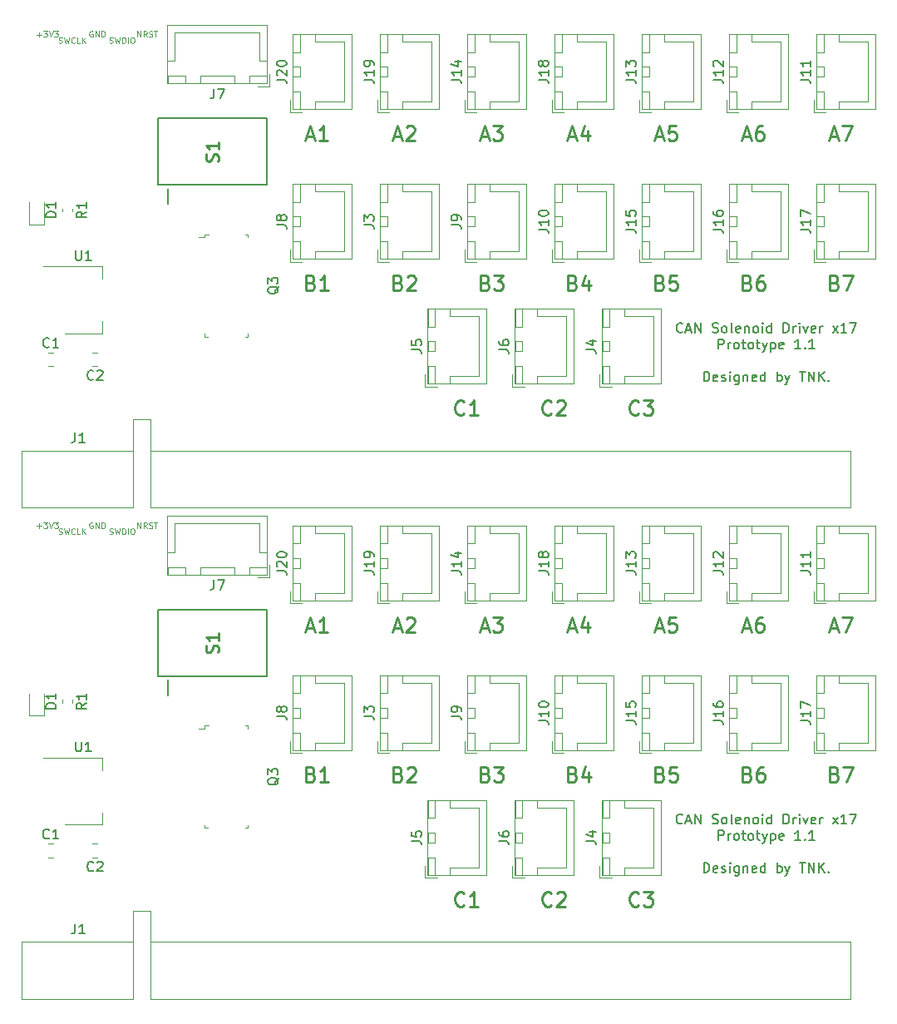
<source format=gto>
G04 #@! TF.GenerationSoftware,KiCad,Pcbnew,(5.1.5)-3*
G04 #@! TF.CreationDate,2019-12-27T07:21:43+09:00*
G04 #@! TF.ProjectId,Solenoid_Valve-fin,536f6c65-6e6f-4696-945f-56616c76652d,rev?*
G04 #@! TF.SameCoordinates,Original*
G04 #@! TF.FileFunction,Legend,Top*
G04 #@! TF.FilePolarity,Positive*
%FSLAX46Y46*%
G04 Gerber Fmt 4.6, Leading zero omitted, Abs format (unit mm)*
G04 Created by KiCad (PCBNEW (5.1.5)-3) date 2019-12-27 07:21:43*
%MOMM*%
%LPD*%
G04 APERTURE LIST*
%ADD10C,0.090000*%
%ADD11C,0.225000*%
%ADD12C,0.150000*%
%ADD13C,0.120000*%
%ADD14C,0.100000*%
%ADD15C,0.200000*%
%ADD16C,0.254000*%
G04 APERTURE END LIST*
D10*
X121812857Y-31642857D02*
X122270000Y-31642857D01*
X122041428Y-31871428D02*
X122041428Y-31414285D01*
X122498571Y-31271428D02*
X122870000Y-31271428D01*
X122670000Y-31500000D01*
X122755714Y-31500000D01*
X122812857Y-31528571D01*
X122841428Y-31557142D01*
X122870000Y-31614285D01*
X122870000Y-31757142D01*
X122841428Y-31814285D01*
X122812857Y-31842857D01*
X122755714Y-31871428D01*
X122584285Y-31871428D01*
X122527142Y-31842857D01*
X122498571Y-31814285D01*
X123041428Y-31271428D02*
X123241428Y-31871428D01*
X123441428Y-31271428D01*
X123584285Y-31271428D02*
X123955714Y-31271428D01*
X123755714Y-31500000D01*
X123841428Y-31500000D01*
X123898571Y-31528571D01*
X123927142Y-31557142D01*
X123955714Y-31614285D01*
X123955714Y-31757142D01*
X123927142Y-31814285D01*
X123898571Y-31842857D01*
X123841428Y-31871428D01*
X123670000Y-31871428D01*
X123612857Y-31842857D01*
X123584285Y-31814285D01*
D11*
X158622857Y-56892857D02*
X158837142Y-56964285D01*
X158908571Y-57035714D01*
X158980000Y-57178571D01*
X158980000Y-57392857D01*
X158908571Y-57535714D01*
X158837142Y-57607142D01*
X158694285Y-57678571D01*
X158122857Y-57678571D01*
X158122857Y-56178571D01*
X158622857Y-56178571D01*
X158765714Y-56250000D01*
X158837142Y-56321428D01*
X158908571Y-56464285D01*
X158908571Y-56607142D01*
X158837142Y-56750000D01*
X158765714Y-56821428D01*
X158622857Y-56892857D01*
X158122857Y-56892857D01*
X159551428Y-56321428D02*
X159622857Y-56250000D01*
X159765714Y-56178571D01*
X160122857Y-56178571D01*
X160265714Y-56250000D01*
X160337142Y-56321428D01*
X160408571Y-56464285D01*
X160408571Y-56607142D01*
X160337142Y-56821428D01*
X159480000Y-57678571D01*
X160408571Y-57678571D01*
X176402857Y-56892857D02*
X176617142Y-56964285D01*
X176688571Y-57035714D01*
X176760000Y-57178571D01*
X176760000Y-57392857D01*
X176688571Y-57535714D01*
X176617142Y-57607142D01*
X176474285Y-57678571D01*
X175902857Y-57678571D01*
X175902857Y-56178571D01*
X176402857Y-56178571D01*
X176545714Y-56250000D01*
X176617142Y-56321428D01*
X176688571Y-56464285D01*
X176688571Y-56607142D01*
X176617142Y-56750000D01*
X176545714Y-56821428D01*
X176402857Y-56892857D01*
X175902857Y-56892857D01*
X178045714Y-56678571D02*
X178045714Y-57678571D01*
X177688571Y-56107142D02*
X177331428Y-57178571D01*
X178260000Y-57178571D01*
X174220000Y-70235714D02*
X174148571Y-70307142D01*
X173934285Y-70378571D01*
X173791428Y-70378571D01*
X173577142Y-70307142D01*
X173434285Y-70164285D01*
X173362857Y-70021428D01*
X173291428Y-69735714D01*
X173291428Y-69521428D01*
X173362857Y-69235714D01*
X173434285Y-69092857D01*
X173577142Y-68950000D01*
X173791428Y-68878571D01*
X173934285Y-68878571D01*
X174148571Y-68950000D01*
X174220000Y-69021428D01*
X174791428Y-69021428D02*
X174862857Y-68950000D01*
X175005714Y-68878571D01*
X175362857Y-68878571D01*
X175505714Y-68950000D01*
X175577142Y-69021428D01*
X175648571Y-69164285D01*
X175648571Y-69307142D01*
X175577142Y-69521428D01*
X174720000Y-70378571D01*
X175648571Y-70378571D01*
X165330000Y-70235714D02*
X165258571Y-70307142D01*
X165044285Y-70378571D01*
X164901428Y-70378571D01*
X164687142Y-70307142D01*
X164544285Y-70164285D01*
X164472857Y-70021428D01*
X164401428Y-69735714D01*
X164401428Y-69521428D01*
X164472857Y-69235714D01*
X164544285Y-69092857D01*
X164687142Y-68950000D01*
X164901428Y-68878571D01*
X165044285Y-68878571D01*
X165258571Y-68950000D01*
X165330000Y-69021428D01*
X166758571Y-70378571D02*
X165901428Y-70378571D01*
X166330000Y-70378571D02*
X166330000Y-68878571D01*
X166187142Y-69092857D01*
X166044285Y-69235714D01*
X165901428Y-69307142D01*
X185292857Y-56892857D02*
X185507142Y-56964285D01*
X185578571Y-57035714D01*
X185650000Y-57178571D01*
X185650000Y-57392857D01*
X185578571Y-57535714D01*
X185507142Y-57607142D01*
X185364285Y-57678571D01*
X184792857Y-57678571D01*
X184792857Y-56178571D01*
X185292857Y-56178571D01*
X185435714Y-56250000D01*
X185507142Y-56321428D01*
X185578571Y-56464285D01*
X185578571Y-56607142D01*
X185507142Y-56750000D01*
X185435714Y-56821428D01*
X185292857Y-56892857D01*
X184792857Y-56892857D01*
X187007142Y-56178571D02*
X186292857Y-56178571D01*
X186221428Y-56892857D01*
X186292857Y-56821428D01*
X186435714Y-56750000D01*
X186792857Y-56750000D01*
X186935714Y-56821428D01*
X187007142Y-56892857D01*
X187078571Y-57035714D01*
X187078571Y-57392857D01*
X187007142Y-57535714D01*
X186935714Y-57607142D01*
X186792857Y-57678571D01*
X186435714Y-57678571D01*
X186292857Y-57607142D01*
X186221428Y-57535714D01*
X183110000Y-70235714D02*
X183038571Y-70307142D01*
X182824285Y-70378571D01*
X182681428Y-70378571D01*
X182467142Y-70307142D01*
X182324285Y-70164285D01*
X182252857Y-70021428D01*
X182181428Y-69735714D01*
X182181428Y-69521428D01*
X182252857Y-69235714D01*
X182324285Y-69092857D01*
X182467142Y-68950000D01*
X182681428Y-68878571D01*
X182824285Y-68878571D01*
X183038571Y-68950000D01*
X183110000Y-69021428D01*
X183610000Y-68878571D02*
X184538571Y-68878571D01*
X184038571Y-69450000D01*
X184252857Y-69450000D01*
X184395714Y-69521428D01*
X184467142Y-69592857D01*
X184538571Y-69735714D01*
X184538571Y-70092857D01*
X184467142Y-70235714D01*
X184395714Y-70307142D01*
X184252857Y-70378571D01*
X183824285Y-70378571D01*
X183681428Y-70307142D01*
X183610000Y-70235714D01*
X203072857Y-56892857D02*
X203287142Y-56964285D01*
X203358571Y-57035714D01*
X203430000Y-57178571D01*
X203430000Y-57392857D01*
X203358571Y-57535714D01*
X203287142Y-57607142D01*
X203144285Y-57678571D01*
X202572857Y-57678571D01*
X202572857Y-56178571D01*
X203072857Y-56178571D01*
X203215714Y-56250000D01*
X203287142Y-56321428D01*
X203358571Y-56464285D01*
X203358571Y-56607142D01*
X203287142Y-56750000D01*
X203215714Y-56821428D01*
X203072857Y-56892857D01*
X202572857Y-56892857D01*
X203930000Y-56178571D02*
X204930000Y-56178571D01*
X204287142Y-57678571D01*
X202608571Y-42010000D02*
X203322857Y-42010000D01*
X202465714Y-42438571D02*
X202965714Y-40938571D01*
X203465714Y-42438571D01*
X203822857Y-40938571D02*
X204822857Y-40938571D01*
X204180000Y-42438571D01*
D10*
X127492857Y-31300000D02*
X127435714Y-31271428D01*
X127350000Y-31271428D01*
X127264285Y-31300000D01*
X127207142Y-31357142D01*
X127178571Y-31414285D01*
X127150000Y-31528571D01*
X127150000Y-31614285D01*
X127178571Y-31728571D01*
X127207142Y-31785714D01*
X127264285Y-31842857D01*
X127350000Y-31871428D01*
X127407142Y-31871428D01*
X127492857Y-31842857D01*
X127521428Y-31814285D01*
X127521428Y-31614285D01*
X127407142Y-31614285D01*
X127778571Y-31871428D02*
X127778571Y-31271428D01*
X128121428Y-31871428D01*
X128121428Y-31271428D01*
X128407142Y-31871428D02*
X128407142Y-31271428D01*
X128550000Y-31271428D01*
X128635714Y-31300000D01*
X128692857Y-31357142D01*
X128721428Y-31414285D01*
X128750000Y-31528571D01*
X128750000Y-31614285D01*
X128721428Y-31728571D01*
X128692857Y-31785714D01*
X128635714Y-31842857D01*
X128550000Y-31871428D01*
X128407142Y-31871428D01*
D11*
X184828571Y-42010000D02*
X185542857Y-42010000D01*
X184685714Y-42438571D02*
X185185714Y-40938571D01*
X185685714Y-42438571D01*
X186900000Y-40938571D02*
X186185714Y-40938571D01*
X186114285Y-41652857D01*
X186185714Y-41581428D01*
X186328571Y-41510000D01*
X186685714Y-41510000D01*
X186828571Y-41581428D01*
X186900000Y-41652857D01*
X186971428Y-41795714D01*
X186971428Y-42152857D01*
X186900000Y-42295714D01*
X186828571Y-42367142D01*
X186685714Y-42438571D01*
X186328571Y-42438571D01*
X186185714Y-42367142D01*
X186114285Y-42295714D01*
X175938571Y-42010000D02*
X176652857Y-42010000D01*
X175795714Y-42438571D02*
X176295714Y-40938571D01*
X176795714Y-42438571D01*
X177938571Y-41438571D02*
X177938571Y-42438571D01*
X177581428Y-40867142D02*
X177224285Y-41938571D01*
X178152857Y-41938571D01*
X193718571Y-42010000D02*
X194432857Y-42010000D01*
X193575714Y-42438571D02*
X194075714Y-40938571D01*
X194575714Y-42438571D01*
X195718571Y-40938571D02*
X195432857Y-40938571D01*
X195290000Y-41010000D01*
X195218571Y-41081428D01*
X195075714Y-41295714D01*
X195004285Y-41581428D01*
X195004285Y-42152857D01*
X195075714Y-42295714D01*
X195147142Y-42367142D01*
X195290000Y-42438571D01*
X195575714Y-42438571D01*
X195718571Y-42367142D01*
X195790000Y-42295714D01*
X195861428Y-42152857D01*
X195861428Y-41795714D01*
X195790000Y-41652857D01*
X195718571Y-41581428D01*
X195575714Y-41510000D01*
X195290000Y-41510000D01*
X195147142Y-41581428D01*
X195075714Y-41652857D01*
X195004285Y-41795714D01*
X167512857Y-56892857D02*
X167727142Y-56964285D01*
X167798571Y-57035714D01*
X167870000Y-57178571D01*
X167870000Y-57392857D01*
X167798571Y-57535714D01*
X167727142Y-57607142D01*
X167584285Y-57678571D01*
X167012857Y-57678571D01*
X167012857Y-56178571D01*
X167512857Y-56178571D01*
X167655714Y-56250000D01*
X167727142Y-56321428D01*
X167798571Y-56464285D01*
X167798571Y-56607142D01*
X167727142Y-56750000D01*
X167655714Y-56821428D01*
X167512857Y-56892857D01*
X167012857Y-56892857D01*
X168370000Y-56178571D02*
X169298571Y-56178571D01*
X168798571Y-56750000D01*
X169012857Y-56750000D01*
X169155714Y-56821428D01*
X169227142Y-56892857D01*
X169298571Y-57035714D01*
X169298571Y-57392857D01*
X169227142Y-57535714D01*
X169155714Y-57607142D01*
X169012857Y-57678571D01*
X168584285Y-57678571D01*
X168441428Y-57607142D01*
X168370000Y-57535714D01*
D10*
X124052857Y-32477857D02*
X124138571Y-32506428D01*
X124281428Y-32506428D01*
X124338571Y-32477857D01*
X124367142Y-32449285D01*
X124395714Y-32392142D01*
X124395714Y-32335000D01*
X124367142Y-32277857D01*
X124338571Y-32249285D01*
X124281428Y-32220714D01*
X124167142Y-32192142D01*
X124110000Y-32163571D01*
X124081428Y-32135000D01*
X124052857Y-32077857D01*
X124052857Y-32020714D01*
X124081428Y-31963571D01*
X124110000Y-31935000D01*
X124167142Y-31906428D01*
X124310000Y-31906428D01*
X124395714Y-31935000D01*
X124595714Y-31906428D02*
X124738571Y-32506428D01*
X124852857Y-32077857D01*
X124967142Y-32506428D01*
X125110000Y-31906428D01*
X125681428Y-32449285D02*
X125652857Y-32477857D01*
X125567142Y-32506428D01*
X125510000Y-32506428D01*
X125424285Y-32477857D01*
X125367142Y-32420714D01*
X125338571Y-32363571D01*
X125310000Y-32249285D01*
X125310000Y-32163571D01*
X125338571Y-32049285D01*
X125367142Y-31992142D01*
X125424285Y-31935000D01*
X125510000Y-31906428D01*
X125567142Y-31906428D01*
X125652857Y-31935000D01*
X125681428Y-31963571D01*
X126224285Y-32506428D02*
X125938571Y-32506428D01*
X125938571Y-31906428D01*
X126424285Y-32506428D02*
X126424285Y-31906428D01*
X126767142Y-32506428D02*
X126510000Y-32163571D01*
X126767142Y-31906428D02*
X126424285Y-32249285D01*
X129218571Y-32477857D02*
X129304285Y-32506428D01*
X129447142Y-32506428D01*
X129504285Y-32477857D01*
X129532857Y-32449285D01*
X129561428Y-32392142D01*
X129561428Y-32335000D01*
X129532857Y-32277857D01*
X129504285Y-32249285D01*
X129447142Y-32220714D01*
X129332857Y-32192142D01*
X129275714Y-32163571D01*
X129247142Y-32135000D01*
X129218571Y-32077857D01*
X129218571Y-32020714D01*
X129247142Y-31963571D01*
X129275714Y-31935000D01*
X129332857Y-31906428D01*
X129475714Y-31906428D01*
X129561428Y-31935000D01*
X129761428Y-31906428D02*
X129904285Y-32506428D01*
X130018571Y-32077857D01*
X130132857Y-32506428D01*
X130275714Y-31906428D01*
X130504285Y-32506428D02*
X130504285Y-31906428D01*
X130647142Y-31906428D01*
X130732857Y-31935000D01*
X130790000Y-31992142D01*
X130818571Y-32049285D01*
X130847142Y-32163571D01*
X130847142Y-32249285D01*
X130818571Y-32363571D01*
X130790000Y-32420714D01*
X130732857Y-32477857D01*
X130647142Y-32506428D01*
X130504285Y-32506428D01*
X131104285Y-32506428D02*
X131104285Y-31906428D01*
X131504285Y-31906428D02*
X131618571Y-31906428D01*
X131675714Y-31935000D01*
X131732857Y-31992142D01*
X131761428Y-32106428D01*
X131761428Y-32306428D01*
X131732857Y-32420714D01*
X131675714Y-32477857D01*
X131618571Y-32506428D01*
X131504285Y-32506428D01*
X131447142Y-32477857D01*
X131390000Y-32420714D01*
X131361428Y-32306428D01*
X131361428Y-32106428D01*
X131390000Y-31992142D01*
X131447142Y-31935000D01*
X131504285Y-31906428D01*
D11*
X194182857Y-56892857D02*
X194397142Y-56964285D01*
X194468571Y-57035714D01*
X194540000Y-57178571D01*
X194540000Y-57392857D01*
X194468571Y-57535714D01*
X194397142Y-57607142D01*
X194254285Y-57678571D01*
X193682857Y-57678571D01*
X193682857Y-56178571D01*
X194182857Y-56178571D01*
X194325714Y-56250000D01*
X194397142Y-56321428D01*
X194468571Y-56464285D01*
X194468571Y-56607142D01*
X194397142Y-56750000D01*
X194325714Y-56821428D01*
X194182857Y-56892857D01*
X193682857Y-56892857D01*
X195825714Y-56178571D02*
X195540000Y-56178571D01*
X195397142Y-56250000D01*
X195325714Y-56321428D01*
X195182857Y-56535714D01*
X195111428Y-56821428D01*
X195111428Y-57392857D01*
X195182857Y-57535714D01*
X195254285Y-57607142D01*
X195397142Y-57678571D01*
X195682857Y-57678571D01*
X195825714Y-57607142D01*
X195897142Y-57535714D01*
X195968571Y-57392857D01*
X195968571Y-57035714D01*
X195897142Y-56892857D01*
X195825714Y-56821428D01*
X195682857Y-56750000D01*
X195397142Y-56750000D01*
X195254285Y-56821428D01*
X195182857Y-56892857D01*
X195111428Y-57035714D01*
X149268571Y-42010000D02*
X149982857Y-42010000D01*
X149125714Y-42438571D02*
X149625714Y-40938571D01*
X150125714Y-42438571D01*
X151411428Y-42438571D02*
X150554285Y-42438571D01*
X150982857Y-42438571D02*
X150982857Y-40938571D01*
X150840000Y-41152857D01*
X150697142Y-41295714D01*
X150554285Y-41367142D01*
X149732857Y-56892857D02*
X149947142Y-56964285D01*
X150018571Y-57035714D01*
X150090000Y-57178571D01*
X150090000Y-57392857D01*
X150018571Y-57535714D01*
X149947142Y-57607142D01*
X149804285Y-57678571D01*
X149232857Y-57678571D01*
X149232857Y-56178571D01*
X149732857Y-56178571D01*
X149875714Y-56250000D01*
X149947142Y-56321428D01*
X150018571Y-56464285D01*
X150018571Y-56607142D01*
X149947142Y-56750000D01*
X149875714Y-56821428D01*
X149732857Y-56892857D01*
X149232857Y-56892857D01*
X151518571Y-57678571D02*
X150661428Y-57678571D01*
X151090000Y-57678571D02*
X151090000Y-56178571D01*
X150947142Y-56392857D01*
X150804285Y-56535714D01*
X150661428Y-56607142D01*
D10*
X132044285Y-31871428D02*
X132044285Y-31271428D01*
X132387142Y-31871428D01*
X132387142Y-31271428D01*
X133015714Y-31871428D02*
X132815714Y-31585714D01*
X132672857Y-31871428D02*
X132672857Y-31271428D01*
X132901428Y-31271428D01*
X132958571Y-31300000D01*
X132987142Y-31328571D01*
X133015714Y-31385714D01*
X133015714Y-31471428D01*
X132987142Y-31528571D01*
X132958571Y-31557142D01*
X132901428Y-31585714D01*
X132672857Y-31585714D01*
X133244285Y-31842857D02*
X133330000Y-31871428D01*
X133472857Y-31871428D01*
X133530000Y-31842857D01*
X133558571Y-31814285D01*
X133587142Y-31757142D01*
X133587142Y-31700000D01*
X133558571Y-31642857D01*
X133530000Y-31614285D01*
X133472857Y-31585714D01*
X133358571Y-31557142D01*
X133301428Y-31528571D01*
X133272857Y-31500000D01*
X133244285Y-31442857D01*
X133244285Y-31385714D01*
X133272857Y-31328571D01*
X133301428Y-31300000D01*
X133358571Y-31271428D01*
X133501428Y-31271428D01*
X133587142Y-31300000D01*
X133758571Y-31271428D02*
X134101428Y-31271428D01*
X133930000Y-31871428D02*
X133930000Y-31271428D01*
D11*
X158158571Y-42010000D02*
X158872857Y-42010000D01*
X158015714Y-42438571D02*
X158515714Y-40938571D01*
X159015714Y-42438571D01*
X159444285Y-41081428D02*
X159515714Y-41010000D01*
X159658571Y-40938571D01*
X160015714Y-40938571D01*
X160158571Y-41010000D01*
X160230000Y-41081428D01*
X160301428Y-41224285D01*
X160301428Y-41367142D01*
X160230000Y-41581428D01*
X159372857Y-42438571D01*
X160301428Y-42438571D01*
D12*
X187576190Y-61882142D02*
X187528571Y-61929761D01*
X187385714Y-61977380D01*
X187290476Y-61977380D01*
X187147619Y-61929761D01*
X187052380Y-61834523D01*
X187004761Y-61739285D01*
X186957142Y-61548809D01*
X186957142Y-61405952D01*
X187004761Y-61215476D01*
X187052380Y-61120238D01*
X187147619Y-61025000D01*
X187290476Y-60977380D01*
X187385714Y-60977380D01*
X187528571Y-61025000D01*
X187576190Y-61072619D01*
X187957142Y-61691666D02*
X188433333Y-61691666D01*
X187861904Y-61977380D02*
X188195238Y-60977380D01*
X188528571Y-61977380D01*
X188861904Y-61977380D02*
X188861904Y-60977380D01*
X189433333Y-61977380D01*
X189433333Y-60977380D01*
X190623809Y-61929761D02*
X190766666Y-61977380D01*
X191004761Y-61977380D01*
X191100000Y-61929761D01*
X191147619Y-61882142D01*
X191195238Y-61786904D01*
X191195238Y-61691666D01*
X191147619Y-61596428D01*
X191100000Y-61548809D01*
X191004761Y-61501190D01*
X190814285Y-61453571D01*
X190719047Y-61405952D01*
X190671428Y-61358333D01*
X190623809Y-61263095D01*
X190623809Y-61167857D01*
X190671428Y-61072619D01*
X190719047Y-61025000D01*
X190814285Y-60977380D01*
X191052380Y-60977380D01*
X191195238Y-61025000D01*
X191766666Y-61977380D02*
X191671428Y-61929761D01*
X191623809Y-61882142D01*
X191576190Y-61786904D01*
X191576190Y-61501190D01*
X191623809Y-61405952D01*
X191671428Y-61358333D01*
X191766666Y-61310714D01*
X191909523Y-61310714D01*
X192004761Y-61358333D01*
X192052380Y-61405952D01*
X192100000Y-61501190D01*
X192100000Y-61786904D01*
X192052380Y-61882142D01*
X192004761Y-61929761D01*
X191909523Y-61977380D01*
X191766666Y-61977380D01*
X192671428Y-61977380D02*
X192576190Y-61929761D01*
X192528571Y-61834523D01*
X192528571Y-60977380D01*
X193433333Y-61929761D02*
X193338095Y-61977380D01*
X193147619Y-61977380D01*
X193052380Y-61929761D01*
X193004761Y-61834523D01*
X193004761Y-61453571D01*
X193052380Y-61358333D01*
X193147619Y-61310714D01*
X193338095Y-61310714D01*
X193433333Y-61358333D01*
X193480952Y-61453571D01*
X193480952Y-61548809D01*
X193004761Y-61644047D01*
X193909523Y-61310714D02*
X193909523Y-61977380D01*
X193909523Y-61405952D02*
X193957142Y-61358333D01*
X194052380Y-61310714D01*
X194195238Y-61310714D01*
X194290476Y-61358333D01*
X194338095Y-61453571D01*
X194338095Y-61977380D01*
X194957142Y-61977380D02*
X194861904Y-61929761D01*
X194814285Y-61882142D01*
X194766666Y-61786904D01*
X194766666Y-61501190D01*
X194814285Y-61405952D01*
X194861904Y-61358333D01*
X194957142Y-61310714D01*
X195100000Y-61310714D01*
X195195238Y-61358333D01*
X195242857Y-61405952D01*
X195290476Y-61501190D01*
X195290476Y-61786904D01*
X195242857Y-61882142D01*
X195195238Y-61929761D01*
X195100000Y-61977380D01*
X194957142Y-61977380D01*
X195719047Y-61977380D02*
X195719047Y-61310714D01*
X195719047Y-60977380D02*
X195671428Y-61025000D01*
X195719047Y-61072619D01*
X195766666Y-61025000D01*
X195719047Y-60977380D01*
X195719047Y-61072619D01*
X196623809Y-61977380D02*
X196623809Y-60977380D01*
X196623809Y-61929761D02*
X196528571Y-61977380D01*
X196338095Y-61977380D01*
X196242857Y-61929761D01*
X196195238Y-61882142D01*
X196147619Y-61786904D01*
X196147619Y-61501190D01*
X196195238Y-61405952D01*
X196242857Y-61358333D01*
X196338095Y-61310714D01*
X196528571Y-61310714D01*
X196623809Y-61358333D01*
X197861904Y-61977380D02*
X197861904Y-60977380D01*
X198100000Y-60977380D01*
X198242857Y-61025000D01*
X198338095Y-61120238D01*
X198385714Y-61215476D01*
X198433333Y-61405952D01*
X198433333Y-61548809D01*
X198385714Y-61739285D01*
X198338095Y-61834523D01*
X198242857Y-61929761D01*
X198100000Y-61977380D01*
X197861904Y-61977380D01*
X198861904Y-61977380D02*
X198861904Y-61310714D01*
X198861904Y-61501190D02*
X198909523Y-61405952D01*
X198957142Y-61358333D01*
X199052380Y-61310714D01*
X199147619Y-61310714D01*
X199480952Y-61977380D02*
X199480952Y-61310714D01*
X199480952Y-60977380D02*
X199433333Y-61025000D01*
X199480952Y-61072619D01*
X199528571Y-61025000D01*
X199480952Y-60977380D01*
X199480952Y-61072619D01*
X199861904Y-61310714D02*
X200100000Y-61977380D01*
X200338095Y-61310714D01*
X201100000Y-61929761D02*
X201004761Y-61977380D01*
X200814285Y-61977380D01*
X200719047Y-61929761D01*
X200671428Y-61834523D01*
X200671428Y-61453571D01*
X200719047Y-61358333D01*
X200814285Y-61310714D01*
X201004761Y-61310714D01*
X201100000Y-61358333D01*
X201147619Y-61453571D01*
X201147619Y-61548809D01*
X200671428Y-61644047D01*
X201576190Y-61977380D02*
X201576190Y-61310714D01*
X201576190Y-61501190D02*
X201623809Y-61405952D01*
X201671428Y-61358333D01*
X201766666Y-61310714D01*
X201861904Y-61310714D01*
X202861904Y-61977380D02*
X203385714Y-61310714D01*
X202861904Y-61310714D02*
X203385714Y-61977380D01*
X204290476Y-61977380D02*
X203719047Y-61977380D01*
X204004761Y-61977380D02*
X204004761Y-60977380D01*
X203909523Y-61120238D01*
X203814285Y-61215476D01*
X203719047Y-61263095D01*
X204623809Y-60977380D02*
X205290476Y-60977380D01*
X204861904Y-61977380D01*
X191219047Y-63627380D02*
X191219047Y-62627380D01*
X191600000Y-62627380D01*
X191695238Y-62675000D01*
X191742857Y-62722619D01*
X191790476Y-62817857D01*
X191790476Y-62960714D01*
X191742857Y-63055952D01*
X191695238Y-63103571D01*
X191600000Y-63151190D01*
X191219047Y-63151190D01*
X192219047Y-63627380D02*
X192219047Y-62960714D01*
X192219047Y-63151190D02*
X192266666Y-63055952D01*
X192314285Y-63008333D01*
X192409523Y-62960714D01*
X192504761Y-62960714D01*
X192980952Y-63627380D02*
X192885714Y-63579761D01*
X192838095Y-63532142D01*
X192790476Y-63436904D01*
X192790476Y-63151190D01*
X192838095Y-63055952D01*
X192885714Y-63008333D01*
X192980952Y-62960714D01*
X193123809Y-62960714D01*
X193219047Y-63008333D01*
X193266666Y-63055952D01*
X193314285Y-63151190D01*
X193314285Y-63436904D01*
X193266666Y-63532142D01*
X193219047Y-63579761D01*
X193123809Y-63627380D01*
X192980952Y-63627380D01*
X193600000Y-62960714D02*
X193980952Y-62960714D01*
X193742857Y-62627380D02*
X193742857Y-63484523D01*
X193790476Y-63579761D01*
X193885714Y-63627380D01*
X193980952Y-63627380D01*
X194457142Y-63627380D02*
X194361904Y-63579761D01*
X194314285Y-63532142D01*
X194266666Y-63436904D01*
X194266666Y-63151190D01*
X194314285Y-63055952D01*
X194361904Y-63008333D01*
X194457142Y-62960714D01*
X194600000Y-62960714D01*
X194695238Y-63008333D01*
X194742857Y-63055952D01*
X194790476Y-63151190D01*
X194790476Y-63436904D01*
X194742857Y-63532142D01*
X194695238Y-63579761D01*
X194600000Y-63627380D01*
X194457142Y-63627380D01*
X195076190Y-62960714D02*
X195457142Y-62960714D01*
X195219047Y-62627380D02*
X195219047Y-63484523D01*
X195266666Y-63579761D01*
X195361904Y-63627380D01*
X195457142Y-63627380D01*
X195695238Y-62960714D02*
X195933333Y-63627380D01*
X196171428Y-62960714D02*
X195933333Y-63627380D01*
X195838095Y-63865476D01*
X195790476Y-63913095D01*
X195695238Y-63960714D01*
X196552380Y-62960714D02*
X196552380Y-63960714D01*
X196552380Y-63008333D02*
X196647619Y-62960714D01*
X196838095Y-62960714D01*
X196933333Y-63008333D01*
X196980952Y-63055952D01*
X197028571Y-63151190D01*
X197028571Y-63436904D01*
X196980952Y-63532142D01*
X196933333Y-63579761D01*
X196838095Y-63627380D01*
X196647619Y-63627380D01*
X196552380Y-63579761D01*
X197838095Y-63579761D02*
X197742857Y-63627380D01*
X197552380Y-63627380D01*
X197457142Y-63579761D01*
X197409523Y-63484523D01*
X197409523Y-63103571D01*
X197457142Y-63008333D01*
X197552380Y-62960714D01*
X197742857Y-62960714D01*
X197838095Y-63008333D01*
X197885714Y-63103571D01*
X197885714Y-63198809D01*
X197409523Y-63294047D01*
X199600000Y-63627380D02*
X199028571Y-63627380D01*
X199314285Y-63627380D02*
X199314285Y-62627380D01*
X199219047Y-62770238D01*
X199123809Y-62865476D01*
X199028571Y-62913095D01*
X200028571Y-63532142D02*
X200076190Y-63579761D01*
X200028571Y-63627380D01*
X199980952Y-63579761D01*
X200028571Y-63532142D01*
X200028571Y-63627380D01*
X201028571Y-63627380D02*
X200457142Y-63627380D01*
X200742857Y-63627380D02*
X200742857Y-62627380D01*
X200647619Y-62770238D01*
X200552380Y-62865476D01*
X200457142Y-62913095D01*
X189742857Y-66927380D02*
X189742857Y-65927380D01*
X189980952Y-65927380D01*
X190123809Y-65975000D01*
X190219047Y-66070238D01*
X190266666Y-66165476D01*
X190314285Y-66355952D01*
X190314285Y-66498809D01*
X190266666Y-66689285D01*
X190219047Y-66784523D01*
X190123809Y-66879761D01*
X189980952Y-66927380D01*
X189742857Y-66927380D01*
X191123809Y-66879761D02*
X191028571Y-66927380D01*
X190838095Y-66927380D01*
X190742857Y-66879761D01*
X190695238Y-66784523D01*
X190695238Y-66403571D01*
X190742857Y-66308333D01*
X190838095Y-66260714D01*
X191028571Y-66260714D01*
X191123809Y-66308333D01*
X191171428Y-66403571D01*
X191171428Y-66498809D01*
X190695238Y-66594047D01*
X191552380Y-66879761D02*
X191647619Y-66927380D01*
X191838095Y-66927380D01*
X191933333Y-66879761D01*
X191980952Y-66784523D01*
X191980952Y-66736904D01*
X191933333Y-66641666D01*
X191838095Y-66594047D01*
X191695238Y-66594047D01*
X191600000Y-66546428D01*
X191552380Y-66451190D01*
X191552380Y-66403571D01*
X191600000Y-66308333D01*
X191695238Y-66260714D01*
X191838095Y-66260714D01*
X191933333Y-66308333D01*
X192409523Y-66927380D02*
X192409523Y-66260714D01*
X192409523Y-65927380D02*
X192361904Y-65975000D01*
X192409523Y-66022619D01*
X192457142Y-65975000D01*
X192409523Y-65927380D01*
X192409523Y-66022619D01*
X193314285Y-66260714D02*
X193314285Y-67070238D01*
X193266666Y-67165476D01*
X193219047Y-67213095D01*
X193123809Y-67260714D01*
X192980952Y-67260714D01*
X192885714Y-67213095D01*
X193314285Y-66879761D02*
X193219047Y-66927380D01*
X193028571Y-66927380D01*
X192933333Y-66879761D01*
X192885714Y-66832142D01*
X192838095Y-66736904D01*
X192838095Y-66451190D01*
X192885714Y-66355952D01*
X192933333Y-66308333D01*
X193028571Y-66260714D01*
X193219047Y-66260714D01*
X193314285Y-66308333D01*
X193790476Y-66260714D02*
X193790476Y-66927380D01*
X193790476Y-66355952D02*
X193838095Y-66308333D01*
X193933333Y-66260714D01*
X194076190Y-66260714D01*
X194171428Y-66308333D01*
X194219047Y-66403571D01*
X194219047Y-66927380D01*
X195076190Y-66879761D02*
X194980952Y-66927380D01*
X194790476Y-66927380D01*
X194695238Y-66879761D01*
X194647619Y-66784523D01*
X194647619Y-66403571D01*
X194695238Y-66308333D01*
X194790476Y-66260714D01*
X194980952Y-66260714D01*
X195076190Y-66308333D01*
X195123809Y-66403571D01*
X195123809Y-66498809D01*
X194647619Y-66594047D01*
X195980952Y-66927380D02*
X195980952Y-65927380D01*
X195980952Y-66879761D02*
X195885714Y-66927380D01*
X195695238Y-66927380D01*
X195600000Y-66879761D01*
X195552380Y-66832142D01*
X195504761Y-66736904D01*
X195504761Y-66451190D01*
X195552380Y-66355952D01*
X195600000Y-66308333D01*
X195695238Y-66260714D01*
X195885714Y-66260714D01*
X195980952Y-66308333D01*
X197219047Y-66927380D02*
X197219047Y-65927380D01*
X197219047Y-66308333D02*
X197314285Y-66260714D01*
X197504761Y-66260714D01*
X197600000Y-66308333D01*
X197647619Y-66355952D01*
X197695238Y-66451190D01*
X197695238Y-66736904D01*
X197647619Y-66832142D01*
X197600000Y-66879761D01*
X197504761Y-66927380D01*
X197314285Y-66927380D01*
X197219047Y-66879761D01*
X198028571Y-66260714D02*
X198266666Y-66927380D01*
X198504761Y-66260714D02*
X198266666Y-66927380D01*
X198171428Y-67165476D01*
X198123809Y-67213095D01*
X198028571Y-67260714D01*
X199504761Y-65927380D02*
X200076190Y-65927380D01*
X199790476Y-66927380D02*
X199790476Y-65927380D01*
X200409523Y-66927380D02*
X200409523Y-65927380D01*
X200980952Y-66927380D01*
X200980952Y-65927380D01*
X201457142Y-66927380D02*
X201457142Y-65927380D01*
X202028571Y-66927380D02*
X201600000Y-66355952D01*
X202028571Y-65927380D02*
X201457142Y-66498809D01*
X202457142Y-66832142D02*
X202504761Y-66879761D01*
X202457142Y-66927380D01*
X202409523Y-66879761D01*
X202457142Y-66832142D01*
X202457142Y-66927380D01*
D11*
X167048571Y-42010000D02*
X167762857Y-42010000D01*
X166905714Y-42438571D02*
X167405714Y-40938571D01*
X167905714Y-42438571D01*
X168262857Y-40938571D02*
X169191428Y-40938571D01*
X168691428Y-41510000D01*
X168905714Y-41510000D01*
X169048571Y-41581428D01*
X169120000Y-41652857D01*
X169191428Y-41795714D01*
X169191428Y-42152857D01*
X169120000Y-42295714D01*
X169048571Y-42367142D01*
X168905714Y-42438571D01*
X168477142Y-42438571D01*
X168334285Y-42367142D01*
X168262857Y-42295714D01*
D10*
X132044285Y-81871428D02*
X132044285Y-81271428D01*
X132387142Y-81871428D01*
X132387142Y-81271428D01*
X133015714Y-81871428D02*
X132815714Y-81585714D01*
X132672857Y-81871428D02*
X132672857Y-81271428D01*
X132901428Y-81271428D01*
X132958571Y-81300000D01*
X132987142Y-81328571D01*
X133015714Y-81385714D01*
X133015714Y-81471428D01*
X132987142Y-81528571D01*
X132958571Y-81557142D01*
X132901428Y-81585714D01*
X132672857Y-81585714D01*
X133244285Y-81842857D02*
X133330000Y-81871428D01*
X133472857Y-81871428D01*
X133530000Y-81842857D01*
X133558571Y-81814285D01*
X133587142Y-81757142D01*
X133587142Y-81700000D01*
X133558571Y-81642857D01*
X133530000Y-81614285D01*
X133472857Y-81585714D01*
X133358571Y-81557142D01*
X133301428Y-81528571D01*
X133272857Y-81500000D01*
X133244285Y-81442857D01*
X133244285Y-81385714D01*
X133272857Y-81328571D01*
X133301428Y-81300000D01*
X133358571Y-81271428D01*
X133501428Y-81271428D01*
X133587142Y-81300000D01*
X133758571Y-81271428D02*
X134101428Y-81271428D01*
X133930000Y-81871428D02*
X133930000Y-81271428D01*
X129218571Y-82477857D02*
X129304285Y-82506428D01*
X129447142Y-82506428D01*
X129504285Y-82477857D01*
X129532857Y-82449285D01*
X129561428Y-82392142D01*
X129561428Y-82335000D01*
X129532857Y-82277857D01*
X129504285Y-82249285D01*
X129447142Y-82220714D01*
X129332857Y-82192142D01*
X129275714Y-82163571D01*
X129247142Y-82135000D01*
X129218571Y-82077857D01*
X129218571Y-82020714D01*
X129247142Y-81963571D01*
X129275714Y-81935000D01*
X129332857Y-81906428D01*
X129475714Y-81906428D01*
X129561428Y-81935000D01*
X129761428Y-81906428D02*
X129904285Y-82506428D01*
X130018571Y-82077857D01*
X130132857Y-82506428D01*
X130275714Y-81906428D01*
X130504285Y-82506428D02*
X130504285Y-81906428D01*
X130647142Y-81906428D01*
X130732857Y-81935000D01*
X130790000Y-81992142D01*
X130818571Y-82049285D01*
X130847142Y-82163571D01*
X130847142Y-82249285D01*
X130818571Y-82363571D01*
X130790000Y-82420714D01*
X130732857Y-82477857D01*
X130647142Y-82506428D01*
X130504285Y-82506428D01*
X131104285Y-82506428D02*
X131104285Y-81906428D01*
X131504285Y-81906428D02*
X131618571Y-81906428D01*
X131675714Y-81935000D01*
X131732857Y-81992142D01*
X131761428Y-82106428D01*
X131761428Y-82306428D01*
X131732857Y-82420714D01*
X131675714Y-82477857D01*
X131618571Y-82506428D01*
X131504285Y-82506428D01*
X131447142Y-82477857D01*
X131390000Y-82420714D01*
X131361428Y-82306428D01*
X131361428Y-82106428D01*
X131390000Y-81992142D01*
X131447142Y-81935000D01*
X131504285Y-81906428D01*
X127492857Y-81300000D02*
X127435714Y-81271428D01*
X127350000Y-81271428D01*
X127264285Y-81300000D01*
X127207142Y-81357142D01*
X127178571Y-81414285D01*
X127150000Y-81528571D01*
X127150000Y-81614285D01*
X127178571Y-81728571D01*
X127207142Y-81785714D01*
X127264285Y-81842857D01*
X127350000Y-81871428D01*
X127407142Y-81871428D01*
X127492857Y-81842857D01*
X127521428Y-81814285D01*
X127521428Y-81614285D01*
X127407142Y-81614285D01*
X127778571Y-81871428D02*
X127778571Y-81271428D01*
X128121428Y-81871428D01*
X128121428Y-81271428D01*
X128407142Y-81871428D02*
X128407142Y-81271428D01*
X128550000Y-81271428D01*
X128635714Y-81300000D01*
X128692857Y-81357142D01*
X128721428Y-81414285D01*
X128750000Y-81528571D01*
X128750000Y-81614285D01*
X128721428Y-81728571D01*
X128692857Y-81785714D01*
X128635714Y-81842857D01*
X128550000Y-81871428D01*
X128407142Y-81871428D01*
X124052857Y-82477857D02*
X124138571Y-82506428D01*
X124281428Y-82506428D01*
X124338571Y-82477857D01*
X124367142Y-82449285D01*
X124395714Y-82392142D01*
X124395714Y-82335000D01*
X124367142Y-82277857D01*
X124338571Y-82249285D01*
X124281428Y-82220714D01*
X124167142Y-82192142D01*
X124110000Y-82163571D01*
X124081428Y-82135000D01*
X124052857Y-82077857D01*
X124052857Y-82020714D01*
X124081428Y-81963571D01*
X124110000Y-81935000D01*
X124167142Y-81906428D01*
X124310000Y-81906428D01*
X124395714Y-81935000D01*
X124595714Y-81906428D02*
X124738571Y-82506428D01*
X124852857Y-82077857D01*
X124967142Y-82506428D01*
X125110000Y-81906428D01*
X125681428Y-82449285D02*
X125652857Y-82477857D01*
X125567142Y-82506428D01*
X125510000Y-82506428D01*
X125424285Y-82477857D01*
X125367142Y-82420714D01*
X125338571Y-82363571D01*
X125310000Y-82249285D01*
X125310000Y-82163571D01*
X125338571Y-82049285D01*
X125367142Y-81992142D01*
X125424285Y-81935000D01*
X125510000Y-81906428D01*
X125567142Y-81906428D01*
X125652857Y-81935000D01*
X125681428Y-81963571D01*
X126224285Y-82506428D02*
X125938571Y-82506428D01*
X125938571Y-81906428D01*
X126424285Y-82506428D02*
X126424285Y-81906428D01*
X126767142Y-82506428D02*
X126510000Y-82163571D01*
X126767142Y-81906428D02*
X126424285Y-82249285D01*
X121812857Y-81642857D02*
X122270000Y-81642857D01*
X122041428Y-81871428D02*
X122041428Y-81414285D01*
X122498571Y-81271428D02*
X122870000Y-81271428D01*
X122670000Y-81500000D01*
X122755714Y-81500000D01*
X122812857Y-81528571D01*
X122841428Y-81557142D01*
X122870000Y-81614285D01*
X122870000Y-81757142D01*
X122841428Y-81814285D01*
X122812857Y-81842857D01*
X122755714Y-81871428D01*
X122584285Y-81871428D01*
X122527142Y-81842857D01*
X122498571Y-81814285D01*
X123041428Y-81271428D02*
X123241428Y-81871428D01*
X123441428Y-81271428D01*
X123584285Y-81271428D02*
X123955714Y-81271428D01*
X123755714Y-81500000D01*
X123841428Y-81500000D01*
X123898571Y-81528571D01*
X123927142Y-81557142D01*
X123955714Y-81614285D01*
X123955714Y-81757142D01*
X123927142Y-81814285D01*
X123898571Y-81842857D01*
X123841428Y-81871428D01*
X123670000Y-81871428D01*
X123612857Y-81842857D01*
X123584285Y-81814285D01*
D12*
X187576190Y-111882142D02*
X187528571Y-111929761D01*
X187385714Y-111977380D01*
X187290476Y-111977380D01*
X187147619Y-111929761D01*
X187052380Y-111834523D01*
X187004761Y-111739285D01*
X186957142Y-111548809D01*
X186957142Y-111405952D01*
X187004761Y-111215476D01*
X187052380Y-111120238D01*
X187147619Y-111025000D01*
X187290476Y-110977380D01*
X187385714Y-110977380D01*
X187528571Y-111025000D01*
X187576190Y-111072619D01*
X187957142Y-111691666D02*
X188433333Y-111691666D01*
X187861904Y-111977380D02*
X188195238Y-110977380D01*
X188528571Y-111977380D01*
X188861904Y-111977380D02*
X188861904Y-110977380D01*
X189433333Y-111977380D01*
X189433333Y-110977380D01*
X190623809Y-111929761D02*
X190766666Y-111977380D01*
X191004761Y-111977380D01*
X191100000Y-111929761D01*
X191147619Y-111882142D01*
X191195238Y-111786904D01*
X191195238Y-111691666D01*
X191147619Y-111596428D01*
X191100000Y-111548809D01*
X191004761Y-111501190D01*
X190814285Y-111453571D01*
X190719047Y-111405952D01*
X190671428Y-111358333D01*
X190623809Y-111263095D01*
X190623809Y-111167857D01*
X190671428Y-111072619D01*
X190719047Y-111025000D01*
X190814285Y-110977380D01*
X191052380Y-110977380D01*
X191195238Y-111025000D01*
X191766666Y-111977380D02*
X191671428Y-111929761D01*
X191623809Y-111882142D01*
X191576190Y-111786904D01*
X191576190Y-111501190D01*
X191623809Y-111405952D01*
X191671428Y-111358333D01*
X191766666Y-111310714D01*
X191909523Y-111310714D01*
X192004761Y-111358333D01*
X192052380Y-111405952D01*
X192100000Y-111501190D01*
X192100000Y-111786904D01*
X192052380Y-111882142D01*
X192004761Y-111929761D01*
X191909523Y-111977380D01*
X191766666Y-111977380D01*
X192671428Y-111977380D02*
X192576190Y-111929761D01*
X192528571Y-111834523D01*
X192528571Y-110977380D01*
X193433333Y-111929761D02*
X193338095Y-111977380D01*
X193147619Y-111977380D01*
X193052380Y-111929761D01*
X193004761Y-111834523D01*
X193004761Y-111453571D01*
X193052380Y-111358333D01*
X193147619Y-111310714D01*
X193338095Y-111310714D01*
X193433333Y-111358333D01*
X193480952Y-111453571D01*
X193480952Y-111548809D01*
X193004761Y-111644047D01*
X193909523Y-111310714D02*
X193909523Y-111977380D01*
X193909523Y-111405952D02*
X193957142Y-111358333D01*
X194052380Y-111310714D01*
X194195238Y-111310714D01*
X194290476Y-111358333D01*
X194338095Y-111453571D01*
X194338095Y-111977380D01*
X194957142Y-111977380D02*
X194861904Y-111929761D01*
X194814285Y-111882142D01*
X194766666Y-111786904D01*
X194766666Y-111501190D01*
X194814285Y-111405952D01*
X194861904Y-111358333D01*
X194957142Y-111310714D01*
X195100000Y-111310714D01*
X195195238Y-111358333D01*
X195242857Y-111405952D01*
X195290476Y-111501190D01*
X195290476Y-111786904D01*
X195242857Y-111882142D01*
X195195238Y-111929761D01*
X195100000Y-111977380D01*
X194957142Y-111977380D01*
X195719047Y-111977380D02*
X195719047Y-111310714D01*
X195719047Y-110977380D02*
X195671428Y-111025000D01*
X195719047Y-111072619D01*
X195766666Y-111025000D01*
X195719047Y-110977380D01*
X195719047Y-111072619D01*
X196623809Y-111977380D02*
X196623809Y-110977380D01*
X196623809Y-111929761D02*
X196528571Y-111977380D01*
X196338095Y-111977380D01*
X196242857Y-111929761D01*
X196195238Y-111882142D01*
X196147619Y-111786904D01*
X196147619Y-111501190D01*
X196195238Y-111405952D01*
X196242857Y-111358333D01*
X196338095Y-111310714D01*
X196528571Y-111310714D01*
X196623809Y-111358333D01*
X197861904Y-111977380D02*
X197861904Y-110977380D01*
X198100000Y-110977380D01*
X198242857Y-111025000D01*
X198338095Y-111120238D01*
X198385714Y-111215476D01*
X198433333Y-111405952D01*
X198433333Y-111548809D01*
X198385714Y-111739285D01*
X198338095Y-111834523D01*
X198242857Y-111929761D01*
X198100000Y-111977380D01*
X197861904Y-111977380D01*
X198861904Y-111977380D02*
X198861904Y-111310714D01*
X198861904Y-111501190D02*
X198909523Y-111405952D01*
X198957142Y-111358333D01*
X199052380Y-111310714D01*
X199147619Y-111310714D01*
X199480952Y-111977380D02*
X199480952Y-111310714D01*
X199480952Y-110977380D02*
X199433333Y-111025000D01*
X199480952Y-111072619D01*
X199528571Y-111025000D01*
X199480952Y-110977380D01*
X199480952Y-111072619D01*
X199861904Y-111310714D02*
X200100000Y-111977380D01*
X200338095Y-111310714D01*
X201100000Y-111929761D02*
X201004761Y-111977380D01*
X200814285Y-111977380D01*
X200719047Y-111929761D01*
X200671428Y-111834523D01*
X200671428Y-111453571D01*
X200719047Y-111358333D01*
X200814285Y-111310714D01*
X201004761Y-111310714D01*
X201100000Y-111358333D01*
X201147619Y-111453571D01*
X201147619Y-111548809D01*
X200671428Y-111644047D01*
X201576190Y-111977380D02*
X201576190Y-111310714D01*
X201576190Y-111501190D02*
X201623809Y-111405952D01*
X201671428Y-111358333D01*
X201766666Y-111310714D01*
X201861904Y-111310714D01*
X202861904Y-111977380D02*
X203385714Y-111310714D01*
X202861904Y-111310714D02*
X203385714Y-111977380D01*
X204290476Y-111977380D02*
X203719047Y-111977380D01*
X204004761Y-111977380D02*
X204004761Y-110977380D01*
X203909523Y-111120238D01*
X203814285Y-111215476D01*
X203719047Y-111263095D01*
X204623809Y-110977380D02*
X205290476Y-110977380D01*
X204861904Y-111977380D01*
X191219047Y-113627380D02*
X191219047Y-112627380D01*
X191600000Y-112627380D01*
X191695238Y-112675000D01*
X191742857Y-112722619D01*
X191790476Y-112817857D01*
X191790476Y-112960714D01*
X191742857Y-113055952D01*
X191695238Y-113103571D01*
X191600000Y-113151190D01*
X191219047Y-113151190D01*
X192219047Y-113627380D02*
X192219047Y-112960714D01*
X192219047Y-113151190D02*
X192266666Y-113055952D01*
X192314285Y-113008333D01*
X192409523Y-112960714D01*
X192504761Y-112960714D01*
X192980952Y-113627380D02*
X192885714Y-113579761D01*
X192838095Y-113532142D01*
X192790476Y-113436904D01*
X192790476Y-113151190D01*
X192838095Y-113055952D01*
X192885714Y-113008333D01*
X192980952Y-112960714D01*
X193123809Y-112960714D01*
X193219047Y-113008333D01*
X193266666Y-113055952D01*
X193314285Y-113151190D01*
X193314285Y-113436904D01*
X193266666Y-113532142D01*
X193219047Y-113579761D01*
X193123809Y-113627380D01*
X192980952Y-113627380D01*
X193600000Y-112960714D02*
X193980952Y-112960714D01*
X193742857Y-112627380D02*
X193742857Y-113484523D01*
X193790476Y-113579761D01*
X193885714Y-113627380D01*
X193980952Y-113627380D01*
X194457142Y-113627380D02*
X194361904Y-113579761D01*
X194314285Y-113532142D01*
X194266666Y-113436904D01*
X194266666Y-113151190D01*
X194314285Y-113055952D01*
X194361904Y-113008333D01*
X194457142Y-112960714D01*
X194600000Y-112960714D01*
X194695238Y-113008333D01*
X194742857Y-113055952D01*
X194790476Y-113151190D01*
X194790476Y-113436904D01*
X194742857Y-113532142D01*
X194695238Y-113579761D01*
X194600000Y-113627380D01*
X194457142Y-113627380D01*
X195076190Y-112960714D02*
X195457142Y-112960714D01*
X195219047Y-112627380D02*
X195219047Y-113484523D01*
X195266666Y-113579761D01*
X195361904Y-113627380D01*
X195457142Y-113627380D01*
X195695238Y-112960714D02*
X195933333Y-113627380D01*
X196171428Y-112960714D02*
X195933333Y-113627380D01*
X195838095Y-113865476D01*
X195790476Y-113913095D01*
X195695238Y-113960714D01*
X196552380Y-112960714D02*
X196552380Y-113960714D01*
X196552380Y-113008333D02*
X196647619Y-112960714D01*
X196838095Y-112960714D01*
X196933333Y-113008333D01*
X196980952Y-113055952D01*
X197028571Y-113151190D01*
X197028571Y-113436904D01*
X196980952Y-113532142D01*
X196933333Y-113579761D01*
X196838095Y-113627380D01*
X196647619Y-113627380D01*
X196552380Y-113579761D01*
X197838095Y-113579761D02*
X197742857Y-113627380D01*
X197552380Y-113627380D01*
X197457142Y-113579761D01*
X197409523Y-113484523D01*
X197409523Y-113103571D01*
X197457142Y-113008333D01*
X197552380Y-112960714D01*
X197742857Y-112960714D01*
X197838095Y-113008333D01*
X197885714Y-113103571D01*
X197885714Y-113198809D01*
X197409523Y-113294047D01*
X199600000Y-113627380D02*
X199028571Y-113627380D01*
X199314285Y-113627380D02*
X199314285Y-112627380D01*
X199219047Y-112770238D01*
X199123809Y-112865476D01*
X199028571Y-112913095D01*
X200028571Y-113532142D02*
X200076190Y-113579761D01*
X200028571Y-113627380D01*
X199980952Y-113579761D01*
X200028571Y-113532142D01*
X200028571Y-113627380D01*
X201028571Y-113627380D02*
X200457142Y-113627380D01*
X200742857Y-113627380D02*
X200742857Y-112627380D01*
X200647619Y-112770238D01*
X200552380Y-112865476D01*
X200457142Y-112913095D01*
X189742857Y-116927380D02*
X189742857Y-115927380D01*
X189980952Y-115927380D01*
X190123809Y-115975000D01*
X190219047Y-116070238D01*
X190266666Y-116165476D01*
X190314285Y-116355952D01*
X190314285Y-116498809D01*
X190266666Y-116689285D01*
X190219047Y-116784523D01*
X190123809Y-116879761D01*
X189980952Y-116927380D01*
X189742857Y-116927380D01*
X191123809Y-116879761D02*
X191028571Y-116927380D01*
X190838095Y-116927380D01*
X190742857Y-116879761D01*
X190695238Y-116784523D01*
X190695238Y-116403571D01*
X190742857Y-116308333D01*
X190838095Y-116260714D01*
X191028571Y-116260714D01*
X191123809Y-116308333D01*
X191171428Y-116403571D01*
X191171428Y-116498809D01*
X190695238Y-116594047D01*
X191552380Y-116879761D02*
X191647619Y-116927380D01*
X191838095Y-116927380D01*
X191933333Y-116879761D01*
X191980952Y-116784523D01*
X191980952Y-116736904D01*
X191933333Y-116641666D01*
X191838095Y-116594047D01*
X191695238Y-116594047D01*
X191600000Y-116546428D01*
X191552380Y-116451190D01*
X191552380Y-116403571D01*
X191600000Y-116308333D01*
X191695238Y-116260714D01*
X191838095Y-116260714D01*
X191933333Y-116308333D01*
X192409523Y-116927380D02*
X192409523Y-116260714D01*
X192409523Y-115927380D02*
X192361904Y-115975000D01*
X192409523Y-116022619D01*
X192457142Y-115975000D01*
X192409523Y-115927380D01*
X192409523Y-116022619D01*
X193314285Y-116260714D02*
X193314285Y-117070238D01*
X193266666Y-117165476D01*
X193219047Y-117213095D01*
X193123809Y-117260714D01*
X192980952Y-117260714D01*
X192885714Y-117213095D01*
X193314285Y-116879761D02*
X193219047Y-116927380D01*
X193028571Y-116927380D01*
X192933333Y-116879761D01*
X192885714Y-116832142D01*
X192838095Y-116736904D01*
X192838095Y-116451190D01*
X192885714Y-116355952D01*
X192933333Y-116308333D01*
X193028571Y-116260714D01*
X193219047Y-116260714D01*
X193314285Y-116308333D01*
X193790476Y-116260714D02*
X193790476Y-116927380D01*
X193790476Y-116355952D02*
X193838095Y-116308333D01*
X193933333Y-116260714D01*
X194076190Y-116260714D01*
X194171428Y-116308333D01*
X194219047Y-116403571D01*
X194219047Y-116927380D01*
X195076190Y-116879761D02*
X194980952Y-116927380D01*
X194790476Y-116927380D01*
X194695238Y-116879761D01*
X194647619Y-116784523D01*
X194647619Y-116403571D01*
X194695238Y-116308333D01*
X194790476Y-116260714D01*
X194980952Y-116260714D01*
X195076190Y-116308333D01*
X195123809Y-116403571D01*
X195123809Y-116498809D01*
X194647619Y-116594047D01*
X195980952Y-116927380D02*
X195980952Y-115927380D01*
X195980952Y-116879761D02*
X195885714Y-116927380D01*
X195695238Y-116927380D01*
X195600000Y-116879761D01*
X195552380Y-116832142D01*
X195504761Y-116736904D01*
X195504761Y-116451190D01*
X195552380Y-116355952D01*
X195600000Y-116308333D01*
X195695238Y-116260714D01*
X195885714Y-116260714D01*
X195980952Y-116308333D01*
X197219047Y-116927380D02*
X197219047Y-115927380D01*
X197219047Y-116308333D02*
X197314285Y-116260714D01*
X197504761Y-116260714D01*
X197600000Y-116308333D01*
X197647619Y-116355952D01*
X197695238Y-116451190D01*
X197695238Y-116736904D01*
X197647619Y-116832142D01*
X197600000Y-116879761D01*
X197504761Y-116927380D01*
X197314285Y-116927380D01*
X197219047Y-116879761D01*
X198028571Y-116260714D02*
X198266666Y-116927380D01*
X198504761Y-116260714D02*
X198266666Y-116927380D01*
X198171428Y-117165476D01*
X198123809Y-117213095D01*
X198028571Y-117260714D01*
X199504761Y-115927380D02*
X200076190Y-115927380D01*
X199790476Y-116927380D02*
X199790476Y-115927380D01*
X200409523Y-116927380D02*
X200409523Y-115927380D01*
X200980952Y-116927380D01*
X200980952Y-115927380D01*
X201457142Y-116927380D02*
X201457142Y-115927380D01*
X202028571Y-116927380D02*
X201600000Y-116355952D01*
X202028571Y-115927380D02*
X201457142Y-116498809D01*
X202457142Y-116832142D02*
X202504761Y-116879761D01*
X202457142Y-116927380D01*
X202409523Y-116879761D01*
X202457142Y-116832142D01*
X202457142Y-116927380D01*
D11*
X183110000Y-120235714D02*
X183038571Y-120307142D01*
X182824285Y-120378571D01*
X182681428Y-120378571D01*
X182467142Y-120307142D01*
X182324285Y-120164285D01*
X182252857Y-120021428D01*
X182181428Y-119735714D01*
X182181428Y-119521428D01*
X182252857Y-119235714D01*
X182324285Y-119092857D01*
X182467142Y-118950000D01*
X182681428Y-118878571D01*
X182824285Y-118878571D01*
X183038571Y-118950000D01*
X183110000Y-119021428D01*
X183610000Y-118878571D02*
X184538571Y-118878571D01*
X184038571Y-119450000D01*
X184252857Y-119450000D01*
X184395714Y-119521428D01*
X184467142Y-119592857D01*
X184538571Y-119735714D01*
X184538571Y-120092857D01*
X184467142Y-120235714D01*
X184395714Y-120307142D01*
X184252857Y-120378571D01*
X183824285Y-120378571D01*
X183681428Y-120307142D01*
X183610000Y-120235714D01*
X174220000Y-120235714D02*
X174148571Y-120307142D01*
X173934285Y-120378571D01*
X173791428Y-120378571D01*
X173577142Y-120307142D01*
X173434285Y-120164285D01*
X173362857Y-120021428D01*
X173291428Y-119735714D01*
X173291428Y-119521428D01*
X173362857Y-119235714D01*
X173434285Y-119092857D01*
X173577142Y-118950000D01*
X173791428Y-118878571D01*
X173934285Y-118878571D01*
X174148571Y-118950000D01*
X174220000Y-119021428D01*
X174791428Y-119021428D02*
X174862857Y-118950000D01*
X175005714Y-118878571D01*
X175362857Y-118878571D01*
X175505714Y-118950000D01*
X175577142Y-119021428D01*
X175648571Y-119164285D01*
X175648571Y-119307142D01*
X175577142Y-119521428D01*
X174720000Y-120378571D01*
X175648571Y-120378571D01*
X165330000Y-120235714D02*
X165258571Y-120307142D01*
X165044285Y-120378571D01*
X164901428Y-120378571D01*
X164687142Y-120307142D01*
X164544285Y-120164285D01*
X164472857Y-120021428D01*
X164401428Y-119735714D01*
X164401428Y-119521428D01*
X164472857Y-119235714D01*
X164544285Y-119092857D01*
X164687142Y-118950000D01*
X164901428Y-118878571D01*
X165044285Y-118878571D01*
X165258571Y-118950000D01*
X165330000Y-119021428D01*
X166758571Y-120378571D02*
X165901428Y-120378571D01*
X166330000Y-120378571D02*
X166330000Y-118878571D01*
X166187142Y-119092857D01*
X166044285Y-119235714D01*
X165901428Y-119307142D01*
X203072857Y-106892857D02*
X203287142Y-106964285D01*
X203358571Y-107035714D01*
X203430000Y-107178571D01*
X203430000Y-107392857D01*
X203358571Y-107535714D01*
X203287142Y-107607142D01*
X203144285Y-107678571D01*
X202572857Y-107678571D01*
X202572857Y-106178571D01*
X203072857Y-106178571D01*
X203215714Y-106250000D01*
X203287142Y-106321428D01*
X203358571Y-106464285D01*
X203358571Y-106607142D01*
X203287142Y-106750000D01*
X203215714Y-106821428D01*
X203072857Y-106892857D01*
X202572857Y-106892857D01*
X203930000Y-106178571D02*
X204930000Y-106178571D01*
X204287142Y-107678571D01*
X194182857Y-106892857D02*
X194397142Y-106964285D01*
X194468571Y-107035714D01*
X194540000Y-107178571D01*
X194540000Y-107392857D01*
X194468571Y-107535714D01*
X194397142Y-107607142D01*
X194254285Y-107678571D01*
X193682857Y-107678571D01*
X193682857Y-106178571D01*
X194182857Y-106178571D01*
X194325714Y-106250000D01*
X194397142Y-106321428D01*
X194468571Y-106464285D01*
X194468571Y-106607142D01*
X194397142Y-106750000D01*
X194325714Y-106821428D01*
X194182857Y-106892857D01*
X193682857Y-106892857D01*
X195825714Y-106178571D02*
X195540000Y-106178571D01*
X195397142Y-106250000D01*
X195325714Y-106321428D01*
X195182857Y-106535714D01*
X195111428Y-106821428D01*
X195111428Y-107392857D01*
X195182857Y-107535714D01*
X195254285Y-107607142D01*
X195397142Y-107678571D01*
X195682857Y-107678571D01*
X195825714Y-107607142D01*
X195897142Y-107535714D01*
X195968571Y-107392857D01*
X195968571Y-107035714D01*
X195897142Y-106892857D01*
X195825714Y-106821428D01*
X195682857Y-106750000D01*
X195397142Y-106750000D01*
X195254285Y-106821428D01*
X195182857Y-106892857D01*
X195111428Y-107035714D01*
X185292857Y-106892857D02*
X185507142Y-106964285D01*
X185578571Y-107035714D01*
X185650000Y-107178571D01*
X185650000Y-107392857D01*
X185578571Y-107535714D01*
X185507142Y-107607142D01*
X185364285Y-107678571D01*
X184792857Y-107678571D01*
X184792857Y-106178571D01*
X185292857Y-106178571D01*
X185435714Y-106250000D01*
X185507142Y-106321428D01*
X185578571Y-106464285D01*
X185578571Y-106607142D01*
X185507142Y-106750000D01*
X185435714Y-106821428D01*
X185292857Y-106892857D01*
X184792857Y-106892857D01*
X187007142Y-106178571D02*
X186292857Y-106178571D01*
X186221428Y-106892857D01*
X186292857Y-106821428D01*
X186435714Y-106750000D01*
X186792857Y-106750000D01*
X186935714Y-106821428D01*
X187007142Y-106892857D01*
X187078571Y-107035714D01*
X187078571Y-107392857D01*
X187007142Y-107535714D01*
X186935714Y-107607142D01*
X186792857Y-107678571D01*
X186435714Y-107678571D01*
X186292857Y-107607142D01*
X186221428Y-107535714D01*
X176402857Y-106892857D02*
X176617142Y-106964285D01*
X176688571Y-107035714D01*
X176760000Y-107178571D01*
X176760000Y-107392857D01*
X176688571Y-107535714D01*
X176617142Y-107607142D01*
X176474285Y-107678571D01*
X175902857Y-107678571D01*
X175902857Y-106178571D01*
X176402857Y-106178571D01*
X176545714Y-106250000D01*
X176617142Y-106321428D01*
X176688571Y-106464285D01*
X176688571Y-106607142D01*
X176617142Y-106750000D01*
X176545714Y-106821428D01*
X176402857Y-106892857D01*
X175902857Y-106892857D01*
X178045714Y-106678571D02*
X178045714Y-107678571D01*
X177688571Y-106107142D02*
X177331428Y-107178571D01*
X178260000Y-107178571D01*
X167512857Y-106892857D02*
X167727142Y-106964285D01*
X167798571Y-107035714D01*
X167870000Y-107178571D01*
X167870000Y-107392857D01*
X167798571Y-107535714D01*
X167727142Y-107607142D01*
X167584285Y-107678571D01*
X167012857Y-107678571D01*
X167012857Y-106178571D01*
X167512857Y-106178571D01*
X167655714Y-106250000D01*
X167727142Y-106321428D01*
X167798571Y-106464285D01*
X167798571Y-106607142D01*
X167727142Y-106750000D01*
X167655714Y-106821428D01*
X167512857Y-106892857D01*
X167012857Y-106892857D01*
X168370000Y-106178571D02*
X169298571Y-106178571D01*
X168798571Y-106750000D01*
X169012857Y-106750000D01*
X169155714Y-106821428D01*
X169227142Y-106892857D01*
X169298571Y-107035714D01*
X169298571Y-107392857D01*
X169227142Y-107535714D01*
X169155714Y-107607142D01*
X169012857Y-107678571D01*
X168584285Y-107678571D01*
X168441428Y-107607142D01*
X168370000Y-107535714D01*
X158622857Y-106892857D02*
X158837142Y-106964285D01*
X158908571Y-107035714D01*
X158980000Y-107178571D01*
X158980000Y-107392857D01*
X158908571Y-107535714D01*
X158837142Y-107607142D01*
X158694285Y-107678571D01*
X158122857Y-107678571D01*
X158122857Y-106178571D01*
X158622857Y-106178571D01*
X158765714Y-106250000D01*
X158837142Y-106321428D01*
X158908571Y-106464285D01*
X158908571Y-106607142D01*
X158837142Y-106750000D01*
X158765714Y-106821428D01*
X158622857Y-106892857D01*
X158122857Y-106892857D01*
X159551428Y-106321428D02*
X159622857Y-106250000D01*
X159765714Y-106178571D01*
X160122857Y-106178571D01*
X160265714Y-106250000D01*
X160337142Y-106321428D01*
X160408571Y-106464285D01*
X160408571Y-106607142D01*
X160337142Y-106821428D01*
X159480000Y-107678571D01*
X160408571Y-107678571D01*
X149732857Y-106892857D02*
X149947142Y-106964285D01*
X150018571Y-107035714D01*
X150090000Y-107178571D01*
X150090000Y-107392857D01*
X150018571Y-107535714D01*
X149947142Y-107607142D01*
X149804285Y-107678571D01*
X149232857Y-107678571D01*
X149232857Y-106178571D01*
X149732857Y-106178571D01*
X149875714Y-106250000D01*
X149947142Y-106321428D01*
X150018571Y-106464285D01*
X150018571Y-106607142D01*
X149947142Y-106750000D01*
X149875714Y-106821428D01*
X149732857Y-106892857D01*
X149232857Y-106892857D01*
X151518571Y-107678571D02*
X150661428Y-107678571D01*
X151090000Y-107678571D02*
X151090000Y-106178571D01*
X150947142Y-106392857D01*
X150804285Y-106535714D01*
X150661428Y-106607142D01*
X202608571Y-92010000D02*
X203322857Y-92010000D01*
X202465714Y-92438571D02*
X202965714Y-90938571D01*
X203465714Y-92438571D01*
X203822857Y-90938571D02*
X204822857Y-90938571D01*
X204180000Y-92438571D01*
X193718571Y-92010000D02*
X194432857Y-92010000D01*
X193575714Y-92438571D02*
X194075714Y-90938571D01*
X194575714Y-92438571D01*
X195718571Y-90938571D02*
X195432857Y-90938571D01*
X195290000Y-91010000D01*
X195218571Y-91081428D01*
X195075714Y-91295714D01*
X195004285Y-91581428D01*
X195004285Y-92152857D01*
X195075714Y-92295714D01*
X195147142Y-92367142D01*
X195290000Y-92438571D01*
X195575714Y-92438571D01*
X195718571Y-92367142D01*
X195790000Y-92295714D01*
X195861428Y-92152857D01*
X195861428Y-91795714D01*
X195790000Y-91652857D01*
X195718571Y-91581428D01*
X195575714Y-91510000D01*
X195290000Y-91510000D01*
X195147142Y-91581428D01*
X195075714Y-91652857D01*
X195004285Y-91795714D01*
X184828571Y-92010000D02*
X185542857Y-92010000D01*
X184685714Y-92438571D02*
X185185714Y-90938571D01*
X185685714Y-92438571D01*
X186900000Y-90938571D02*
X186185714Y-90938571D01*
X186114285Y-91652857D01*
X186185714Y-91581428D01*
X186328571Y-91510000D01*
X186685714Y-91510000D01*
X186828571Y-91581428D01*
X186900000Y-91652857D01*
X186971428Y-91795714D01*
X186971428Y-92152857D01*
X186900000Y-92295714D01*
X186828571Y-92367142D01*
X186685714Y-92438571D01*
X186328571Y-92438571D01*
X186185714Y-92367142D01*
X186114285Y-92295714D01*
X175938571Y-92010000D02*
X176652857Y-92010000D01*
X175795714Y-92438571D02*
X176295714Y-90938571D01*
X176795714Y-92438571D01*
X177938571Y-91438571D02*
X177938571Y-92438571D01*
X177581428Y-90867142D02*
X177224285Y-91938571D01*
X178152857Y-91938571D01*
X167048571Y-92010000D02*
X167762857Y-92010000D01*
X166905714Y-92438571D02*
X167405714Y-90938571D01*
X167905714Y-92438571D01*
X168262857Y-90938571D02*
X169191428Y-90938571D01*
X168691428Y-91510000D01*
X168905714Y-91510000D01*
X169048571Y-91581428D01*
X169120000Y-91652857D01*
X169191428Y-91795714D01*
X169191428Y-92152857D01*
X169120000Y-92295714D01*
X169048571Y-92367142D01*
X168905714Y-92438571D01*
X168477142Y-92438571D01*
X168334285Y-92367142D01*
X168262857Y-92295714D01*
X158158571Y-92010000D02*
X158872857Y-92010000D01*
X158015714Y-92438571D02*
X158515714Y-90938571D01*
X159015714Y-92438571D01*
X159444285Y-91081428D02*
X159515714Y-91010000D01*
X159658571Y-90938571D01*
X160015714Y-90938571D01*
X160158571Y-91010000D01*
X160230000Y-91081428D01*
X160301428Y-91224285D01*
X160301428Y-91367142D01*
X160230000Y-91581428D01*
X159372857Y-92438571D01*
X160301428Y-92438571D01*
X149268571Y-92010000D02*
X149982857Y-92010000D01*
X149125714Y-92438571D02*
X149625714Y-90938571D01*
X150125714Y-92438571D01*
X151411428Y-92438571D02*
X150554285Y-92438571D01*
X150982857Y-92438571D02*
X150982857Y-90938571D01*
X150840000Y-91152857D01*
X150697142Y-91295714D01*
X150554285Y-91367142D01*
D13*
X127996578Y-65410000D02*
X127479422Y-65410000D01*
X127996578Y-63990000D02*
X127479422Y-63990000D01*
X122979422Y-63990000D02*
X123496578Y-63990000D01*
X122979422Y-65410000D02*
X123496578Y-65410000D01*
X121065000Y-48688000D02*
X121065000Y-50973000D01*
X121065000Y-50973000D02*
X122535000Y-50973000D01*
X122535000Y-50973000D02*
X122535000Y-48688000D01*
X192330000Y-39240000D02*
X198300000Y-39240000D01*
X198300000Y-39240000D02*
X198300000Y-31620000D01*
X198300000Y-31620000D02*
X192330000Y-31620000D01*
X192330000Y-31620000D02*
X192330000Y-39240000D01*
X192340000Y-35930000D02*
X193090000Y-35930000D01*
X193090000Y-35930000D02*
X193090000Y-34930000D01*
X193090000Y-34930000D02*
X192340000Y-34930000D01*
X192340000Y-34930000D02*
X192340000Y-35930000D01*
X192340000Y-39230000D02*
X193090000Y-39230000D01*
X193090000Y-39230000D02*
X193090000Y-37430000D01*
X193090000Y-37430000D02*
X192340000Y-37430000D01*
X192340000Y-37430000D02*
X192340000Y-39230000D01*
X192340000Y-33430000D02*
X193090000Y-33430000D01*
X193090000Y-33430000D02*
X193090000Y-31630000D01*
X193090000Y-31630000D02*
X192340000Y-31630000D01*
X192340000Y-31630000D02*
X192340000Y-33430000D01*
X194590000Y-39230000D02*
X194590000Y-38480000D01*
X194590000Y-38480000D02*
X197540000Y-38480000D01*
X197540000Y-38480000D02*
X197540000Y-35430000D01*
X194590000Y-31630000D02*
X194590000Y-32380000D01*
X194590000Y-32380000D02*
X197540000Y-32380000D01*
X197540000Y-32380000D02*
X197540000Y-35430000D01*
X192040000Y-38280000D02*
X192040000Y-39530000D01*
X192040000Y-39530000D02*
X193290000Y-39530000D01*
X174550000Y-39240000D02*
X180520000Y-39240000D01*
X180520000Y-39240000D02*
X180520000Y-31620000D01*
X180520000Y-31620000D02*
X174550000Y-31620000D01*
X174550000Y-31620000D02*
X174550000Y-39240000D01*
X174560000Y-35930000D02*
X175310000Y-35930000D01*
X175310000Y-35930000D02*
X175310000Y-34930000D01*
X175310000Y-34930000D02*
X174560000Y-34930000D01*
X174560000Y-34930000D02*
X174560000Y-35930000D01*
X174560000Y-39230000D02*
X175310000Y-39230000D01*
X175310000Y-39230000D02*
X175310000Y-37430000D01*
X175310000Y-37430000D02*
X174560000Y-37430000D01*
X174560000Y-37430000D02*
X174560000Y-39230000D01*
X174560000Y-33430000D02*
X175310000Y-33430000D01*
X175310000Y-33430000D02*
X175310000Y-31630000D01*
X175310000Y-31630000D02*
X174560000Y-31630000D01*
X174560000Y-31630000D02*
X174560000Y-33430000D01*
X176810000Y-39230000D02*
X176810000Y-38480000D01*
X176810000Y-38480000D02*
X179760000Y-38480000D01*
X179760000Y-38480000D02*
X179760000Y-35430000D01*
X176810000Y-31630000D02*
X176810000Y-32380000D01*
X176810000Y-32380000D02*
X179760000Y-32380000D01*
X179760000Y-32380000D02*
X179760000Y-35430000D01*
X174260000Y-38280000D02*
X174260000Y-39530000D01*
X174260000Y-39530000D02*
X175510000Y-39530000D01*
D14*
X143300000Y-62375000D02*
X143000000Y-62375000D01*
X143300000Y-62375000D02*
X143300000Y-62075000D01*
X143300000Y-51975000D02*
X143000000Y-51975000D01*
X138900000Y-62075000D02*
X138900000Y-62375000D01*
X138900000Y-62375000D02*
X139200000Y-62375000D01*
X139300000Y-51975000D02*
X138900000Y-51975000D01*
X138900000Y-51975000D02*
X138900000Y-52275000D01*
X138900000Y-52275000D02*
X138300000Y-52275000D01*
X143300000Y-52275000D02*
X143300000Y-51975000D01*
D13*
X147880000Y-39240000D02*
X153850000Y-39240000D01*
X153850000Y-39240000D02*
X153850000Y-31620000D01*
X153850000Y-31620000D02*
X147880000Y-31620000D01*
X147880000Y-31620000D02*
X147880000Y-39240000D01*
X147890000Y-35930000D02*
X148640000Y-35930000D01*
X148640000Y-35930000D02*
X148640000Y-34930000D01*
X148640000Y-34930000D02*
X147890000Y-34930000D01*
X147890000Y-34930000D02*
X147890000Y-35930000D01*
X147890000Y-39230000D02*
X148640000Y-39230000D01*
X148640000Y-39230000D02*
X148640000Y-37430000D01*
X148640000Y-37430000D02*
X147890000Y-37430000D01*
X147890000Y-37430000D02*
X147890000Y-39230000D01*
X147890000Y-33430000D02*
X148640000Y-33430000D01*
X148640000Y-33430000D02*
X148640000Y-31630000D01*
X148640000Y-31630000D02*
X147890000Y-31630000D01*
X147890000Y-31630000D02*
X147890000Y-33430000D01*
X150140000Y-39230000D02*
X150140000Y-38480000D01*
X150140000Y-38480000D02*
X153090000Y-38480000D01*
X153090000Y-38480000D02*
X153090000Y-35430000D01*
X150140000Y-31630000D02*
X150140000Y-32380000D01*
X150140000Y-32380000D02*
X153090000Y-32380000D01*
X153090000Y-32380000D02*
X153090000Y-35430000D01*
X147590000Y-38280000D02*
X147590000Y-39530000D01*
X147590000Y-39530000D02*
X148840000Y-39530000D01*
X156770000Y-54480000D02*
X162740000Y-54480000D01*
X162740000Y-54480000D02*
X162740000Y-46860000D01*
X162740000Y-46860000D02*
X156770000Y-46860000D01*
X156770000Y-46860000D02*
X156770000Y-54480000D01*
X156780000Y-51170000D02*
X157530000Y-51170000D01*
X157530000Y-51170000D02*
X157530000Y-50170000D01*
X157530000Y-50170000D02*
X156780000Y-50170000D01*
X156780000Y-50170000D02*
X156780000Y-51170000D01*
X156780000Y-54470000D02*
X157530000Y-54470000D01*
X157530000Y-54470000D02*
X157530000Y-52670000D01*
X157530000Y-52670000D02*
X156780000Y-52670000D01*
X156780000Y-52670000D02*
X156780000Y-54470000D01*
X156780000Y-48670000D02*
X157530000Y-48670000D01*
X157530000Y-48670000D02*
X157530000Y-46870000D01*
X157530000Y-46870000D02*
X156780000Y-46870000D01*
X156780000Y-46870000D02*
X156780000Y-48670000D01*
X159030000Y-54470000D02*
X159030000Y-53720000D01*
X159030000Y-53720000D02*
X161980000Y-53720000D01*
X161980000Y-53720000D02*
X161980000Y-50670000D01*
X159030000Y-46870000D02*
X159030000Y-47620000D01*
X159030000Y-47620000D02*
X161980000Y-47620000D01*
X161980000Y-47620000D02*
X161980000Y-50670000D01*
X156480000Y-53520000D02*
X156480000Y-54770000D01*
X156480000Y-54770000D02*
X157730000Y-54770000D01*
X179400000Y-67180000D02*
X185370000Y-67180000D01*
X185370000Y-67180000D02*
X185370000Y-59560000D01*
X185370000Y-59560000D02*
X179400000Y-59560000D01*
X179400000Y-59560000D02*
X179400000Y-67180000D01*
X179410000Y-63870000D02*
X180160000Y-63870000D01*
X180160000Y-63870000D02*
X180160000Y-62870000D01*
X180160000Y-62870000D02*
X179410000Y-62870000D01*
X179410000Y-62870000D02*
X179410000Y-63870000D01*
X179410000Y-67170000D02*
X180160000Y-67170000D01*
X180160000Y-67170000D02*
X180160000Y-65370000D01*
X180160000Y-65370000D02*
X179410000Y-65370000D01*
X179410000Y-65370000D02*
X179410000Y-67170000D01*
X179410000Y-61370000D02*
X180160000Y-61370000D01*
X180160000Y-61370000D02*
X180160000Y-59570000D01*
X180160000Y-59570000D02*
X179410000Y-59570000D01*
X179410000Y-59570000D02*
X179410000Y-61370000D01*
X181660000Y-67170000D02*
X181660000Y-66420000D01*
X181660000Y-66420000D02*
X184610000Y-66420000D01*
X184610000Y-66420000D02*
X184610000Y-63370000D01*
X181660000Y-59570000D02*
X181660000Y-60320000D01*
X181660000Y-60320000D02*
X184610000Y-60320000D01*
X184610000Y-60320000D02*
X184610000Y-63370000D01*
X179110000Y-66220000D02*
X179110000Y-67470000D01*
X179110000Y-67470000D02*
X180360000Y-67470000D01*
X170510000Y-67180000D02*
X176480000Y-67180000D01*
X176480000Y-67180000D02*
X176480000Y-59560000D01*
X176480000Y-59560000D02*
X170510000Y-59560000D01*
X170510000Y-59560000D02*
X170510000Y-67180000D01*
X170520000Y-63870000D02*
X171270000Y-63870000D01*
X171270000Y-63870000D02*
X171270000Y-62870000D01*
X171270000Y-62870000D02*
X170520000Y-62870000D01*
X170520000Y-62870000D02*
X170520000Y-63870000D01*
X170520000Y-67170000D02*
X171270000Y-67170000D01*
X171270000Y-67170000D02*
X171270000Y-65370000D01*
X171270000Y-65370000D02*
X170520000Y-65370000D01*
X170520000Y-65370000D02*
X170520000Y-67170000D01*
X170520000Y-61370000D02*
X171270000Y-61370000D01*
X171270000Y-61370000D02*
X171270000Y-59570000D01*
X171270000Y-59570000D02*
X170520000Y-59570000D01*
X170520000Y-59570000D02*
X170520000Y-61370000D01*
X172770000Y-67170000D02*
X172770000Y-66420000D01*
X172770000Y-66420000D02*
X175720000Y-66420000D01*
X175720000Y-66420000D02*
X175720000Y-63370000D01*
X172770000Y-59570000D02*
X172770000Y-60320000D01*
X172770000Y-60320000D02*
X175720000Y-60320000D01*
X175720000Y-60320000D02*
X175720000Y-63370000D01*
X170220000Y-66220000D02*
X170220000Y-67470000D01*
X170220000Y-67470000D02*
X171470000Y-67470000D01*
X147880000Y-54480000D02*
X153850000Y-54480000D01*
X153850000Y-54480000D02*
X153850000Y-46860000D01*
X153850000Y-46860000D02*
X147880000Y-46860000D01*
X147880000Y-46860000D02*
X147880000Y-54480000D01*
X147890000Y-51170000D02*
X148640000Y-51170000D01*
X148640000Y-51170000D02*
X148640000Y-50170000D01*
X148640000Y-50170000D02*
X147890000Y-50170000D01*
X147890000Y-50170000D02*
X147890000Y-51170000D01*
X147890000Y-54470000D02*
X148640000Y-54470000D01*
X148640000Y-54470000D02*
X148640000Y-52670000D01*
X148640000Y-52670000D02*
X147890000Y-52670000D01*
X147890000Y-52670000D02*
X147890000Y-54470000D01*
X147890000Y-48670000D02*
X148640000Y-48670000D01*
X148640000Y-48670000D02*
X148640000Y-46870000D01*
X148640000Y-46870000D02*
X147890000Y-46870000D01*
X147890000Y-46870000D02*
X147890000Y-48670000D01*
X150140000Y-54470000D02*
X150140000Y-53720000D01*
X150140000Y-53720000D02*
X153090000Y-53720000D01*
X153090000Y-53720000D02*
X153090000Y-50670000D01*
X150140000Y-46870000D02*
X150140000Y-47620000D01*
X150140000Y-47620000D02*
X153090000Y-47620000D01*
X153090000Y-47620000D02*
X153090000Y-50670000D01*
X147590000Y-53520000D02*
X147590000Y-54770000D01*
X147590000Y-54770000D02*
X148840000Y-54770000D01*
X124390000Y-49662779D02*
X124390000Y-49337221D01*
X125410000Y-49662779D02*
X125410000Y-49337221D01*
X161330000Y-67470000D02*
X162580000Y-67470000D01*
X161330000Y-66220000D02*
X161330000Y-67470000D01*
X166830000Y-60320000D02*
X166830000Y-63370000D01*
X163880000Y-60320000D02*
X166830000Y-60320000D01*
X163880000Y-59570000D02*
X163880000Y-60320000D01*
X166830000Y-66420000D02*
X166830000Y-63370000D01*
X163880000Y-66420000D02*
X166830000Y-66420000D01*
X163880000Y-67170000D02*
X163880000Y-66420000D01*
X161630000Y-59570000D02*
X161630000Y-61370000D01*
X162380000Y-59570000D02*
X161630000Y-59570000D01*
X162380000Y-61370000D02*
X162380000Y-59570000D01*
X161630000Y-61370000D02*
X162380000Y-61370000D01*
X161630000Y-65370000D02*
X161630000Y-67170000D01*
X162380000Y-65370000D02*
X161630000Y-65370000D01*
X162380000Y-67170000D02*
X162380000Y-65370000D01*
X161630000Y-67170000D02*
X162380000Y-67170000D01*
X161630000Y-62870000D02*
X161630000Y-63870000D01*
X162380000Y-62870000D02*
X161630000Y-62870000D01*
X162380000Y-63870000D02*
X162380000Y-62870000D01*
X161630000Y-63870000D02*
X162380000Y-63870000D01*
X161620000Y-59560000D02*
X161620000Y-67180000D01*
X167590000Y-59560000D02*
X161620000Y-59560000D01*
X167590000Y-67180000D02*
X167590000Y-59560000D01*
X161620000Y-67180000D02*
X167590000Y-67180000D01*
X165660000Y-54480000D02*
X171630000Y-54480000D01*
X171630000Y-54480000D02*
X171630000Y-46860000D01*
X171630000Y-46860000D02*
X165660000Y-46860000D01*
X165660000Y-46860000D02*
X165660000Y-54480000D01*
X165670000Y-51170000D02*
X166420000Y-51170000D01*
X166420000Y-51170000D02*
X166420000Y-50170000D01*
X166420000Y-50170000D02*
X165670000Y-50170000D01*
X165670000Y-50170000D02*
X165670000Y-51170000D01*
X165670000Y-54470000D02*
X166420000Y-54470000D01*
X166420000Y-54470000D02*
X166420000Y-52670000D01*
X166420000Y-52670000D02*
X165670000Y-52670000D01*
X165670000Y-52670000D02*
X165670000Y-54470000D01*
X165670000Y-48670000D02*
X166420000Y-48670000D01*
X166420000Y-48670000D02*
X166420000Y-46870000D01*
X166420000Y-46870000D02*
X165670000Y-46870000D01*
X165670000Y-46870000D02*
X165670000Y-48670000D01*
X167920000Y-54470000D02*
X167920000Y-53720000D01*
X167920000Y-53720000D02*
X170870000Y-53720000D01*
X170870000Y-53720000D02*
X170870000Y-50670000D01*
X167920000Y-46870000D02*
X167920000Y-47620000D01*
X167920000Y-47620000D02*
X170870000Y-47620000D01*
X170870000Y-47620000D02*
X170870000Y-50670000D01*
X165370000Y-53520000D02*
X165370000Y-54770000D01*
X165370000Y-54770000D02*
X166620000Y-54770000D01*
X174550000Y-54480000D02*
X180520000Y-54480000D01*
X180520000Y-54480000D02*
X180520000Y-46860000D01*
X180520000Y-46860000D02*
X174550000Y-46860000D01*
X174550000Y-46860000D02*
X174550000Y-54480000D01*
X174560000Y-51170000D02*
X175310000Y-51170000D01*
X175310000Y-51170000D02*
X175310000Y-50170000D01*
X175310000Y-50170000D02*
X174560000Y-50170000D01*
X174560000Y-50170000D02*
X174560000Y-51170000D01*
X174560000Y-54470000D02*
X175310000Y-54470000D01*
X175310000Y-54470000D02*
X175310000Y-52670000D01*
X175310000Y-52670000D02*
X174560000Y-52670000D01*
X174560000Y-52670000D02*
X174560000Y-54470000D01*
X174560000Y-48670000D02*
X175310000Y-48670000D01*
X175310000Y-48670000D02*
X175310000Y-46870000D01*
X175310000Y-46870000D02*
X174560000Y-46870000D01*
X174560000Y-46870000D02*
X174560000Y-48670000D01*
X176810000Y-54470000D02*
X176810000Y-53720000D01*
X176810000Y-53720000D02*
X179760000Y-53720000D01*
X179760000Y-53720000D02*
X179760000Y-50670000D01*
X176810000Y-46870000D02*
X176810000Y-47620000D01*
X176810000Y-47620000D02*
X179760000Y-47620000D01*
X179760000Y-47620000D02*
X179760000Y-50670000D01*
X174260000Y-53520000D02*
X174260000Y-54770000D01*
X174260000Y-54770000D02*
X175510000Y-54770000D01*
X201220000Y-39240000D02*
X207190000Y-39240000D01*
X207190000Y-39240000D02*
X207190000Y-31620000D01*
X207190000Y-31620000D02*
X201220000Y-31620000D01*
X201220000Y-31620000D02*
X201220000Y-39240000D01*
X201230000Y-35930000D02*
X201980000Y-35930000D01*
X201980000Y-35930000D02*
X201980000Y-34930000D01*
X201980000Y-34930000D02*
X201230000Y-34930000D01*
X201230000Y-34930000D02*
X201230000Y-35930000D01*
X201230000Y-39230000D02*
X201980000Y-39230000D01*
X201980000Y-39230000D02*
X201980000Y-37430000D01*
X201980000Y-37430000D02*
X201230000Y-37430000D01*
X201230000Y-37430000D02*
X201230000Y-39230000D01*
X201230000Y-33430000D02*
X201980000Y-33430000D01*
X201980000Y-33430000D02*
X201980000Y-31630000D01*
X201980000Y-31630000D02*
X201230000Y-31630000D01*
X201230000Y-31630000D02*
X201230000Y-33430000D01*
X203480000Y-39230000D02*
X203480000Y-38480000D01*
X203480000Y-38480000D02*
X206430000Y-38480000D01*
X206430000Y-38480000D02*
X206430000Y-35430000D01*
X203480000Y-31630000D02*
X203480000Y-32380000D01*
X203480000Y-32380000D02*
X206430000Y-32380000D01*
X206430000Y-32380000D02*
X206430000Y-35430000D01*
X200930000Y-38280000D02*
X200930000Y-39530000D01*
X200930000Y-39530000D02*
X202180000Y-39530000D01*
X183440000Y-39240000D02*
X189410000Y-39240000D01*
X189410000Y-39240000D02*
X189410000Y-31620000D01*
X189410000Y-31620000D02*
X183440000Y-31620000D01*
X183440000Y-31620000D02*
X183440000Y-39240000D01*
X183450000Y-35930000D02*
X184200000Y-35930000D01*
X184200000Y-35930000D02*
X184200000Y-34930000D01*
X184200000Y-34930000D02*
X183450000Y-34930000D01*
X183450000Y-34930000D02*
X183450000Y-35930000D01*
X183450000Y-39230000D02*
X184200000Y-39230000D01*
X184200000Y-39230000D02*
X184200000Y-37430000D01*
X184200000Y-37430000D02*
X183450000Y-37430000D01*
X183450000Y-37430000D02*
X183450000Y-39230000D01*
X183450000Y-33430000D02*
X184200000Y-33430000D01*
X184200000Y-33430000D02*
X184200000Y-31630000D01*
X184200000Y-31630000D02*
X183450000Y-31630000D01*
X183450000Y-31630000D02*
X183450000Y-33430000D01*
X185700000Y-39230000D02*
X185700000Y-38480000D01*
X185700000Y-38480000D02*
X188650000Y-38480000D01*
X188650000Y-38480000D02*
X188650000Y-35430000D01*
X185700000Y-31630000D02*
X185700000Y-32380000D01*
X185700000Y-32380000D02*
X188650000Y-32380000D01*
X188650000Y-32380000D02*
X188650000Y-35430000D01*
X183150000Y-38280000D02*
X183150000Y-39530000D01*
X183150000Y-39530000D02*
X184400000Y-39530000D01*
X165660000Y-39240000D02*
X171630000Y-39240000D01*
X171630000Y-39240000D02*
X171630000Y-31620000D01*
X171630000Y-31620000D02*
X165660000Y-31620000D01*
X165660000Y-31620000D02*
X165660000Y-39240000D01*
X165670000Y-35930000D02*
X166420000Y-35930000D01*
X166420000Y-35930000D02*
X166420000Y-34930000D01*
X166420000Y-34930000D02*
X165670000Y-34930000D01*
X165670000Y-34930000D02*
X165670000Y-35930000D01*
X165670000Y-39230000D02*
X166420000Y-39230000D01*
X166420000Y-39230000D02*
X166420000Y-37430000D01*
X166420000Y-37430000D02*
X165670000Y-37430000D01*
X165670000Y-37430000D02*
X165670000Y-39230000D01*
X165670000Y-33430000D02*
X166420000Y-33430000D01*
X166420000Y-33430000D02*
X166420000Y-31630000D01*
X166420000Y-31630000D02*
X165670000Y-31630000D01*
X165670000Y-31630000D02*
X165670000Y-33430000D01*
X167920000Y-39230000D02*
X167920000Y-38480000D01*
X167920000Y-38480000D02*
X170870000Y-38480000D01*
X170870000Y-38480000D02*
X170870000Y-35430000D01*
X167920000Y-31630000D02*
X167920000Y-32380000D01*
X167920000Y-32380000D02*
X170870000Y-32380000D01*
X170870000Y-32380000D02*
X170870000Y-35430000D01*
X165370000Y-38280000D02*
X165370000Y-39530000D01*
X165370000Y-39530000D02*
X166620000Y-39530000D01*
X156770000Y-39240000D02*
X162740000Y-39240000D01*
X162740000Y-39240000D02*
X162740000Y-31620000D01*
X162740000Y-31620000D02*
X156770000Y-31620000D01*
X156770000Y-31620000D02*
X156770000Y-39240000D01*
X156780000Y-35930000D02*
X157530000Y-35930000D01*
X157530000Y-35930000D02*
X157530000Y-34930000D01*
X157530000Y-34930000D02*
X156780000Y-34930000D01*
X156780000Y-34930000D02*
X156780000Y-35930000D01*
X156780000Y-39230000D02*
X157530000Y-39230000D01*
X157530000Y-39230000D02*
X157530000Y-37430000D01*
X157530000Y-37430000D02*
X156780000Y-37430000D01*
X156780000Y-37430000D02*
X156780000Y-39230000D01*
X156780000Y-33430000D02*
X157530000Y-33430000D01*
X157530000Y-33430000D02*
X157530000Y-31630000D01*
X157530000Y-31630000D02*
X156780000Y-31630000D01*
X156780000Y-31630000D02*
X156780000Y-33430000D01*
X159030000Y-39230000D02*
X159030000Y-38480000D01*
X159030000Y-38480000D02*
X161980000Y-38480000D01*
X161980000Y-38480000D02*
X161980000Y-35430000D01*
X159030000Y-31630000D02*
X159030000Y-32380000D01*
X159030000Y-32380000D02*
X161980000Y-32380000D01*
X161980000Y-32380000D02*
X161980000Y-35430000D01*
X156480000Y-38280000D02*
X156480000Y-39530000D01*
X156480000Y-39530000D02*
X157730000Y-39530000D01*
X192330000Y-54480000D02*
X198300000Y-54480000D01*
X198300000Y-54480000D02*
X198300000Y-46860000D01*
X198300000Y-46860000D02*
X192330000Y-46860000D01*
X192330000Y-46860000D02*
X192330000Y-54480000D01*
X192340000Y-51170000D02*
X193090000Y-51170000D01*
X193090000Y-51170000D02*
X193090000Y-50170000D01*
X193090000Y-50170000D02*
X192340000Y-50170000D01*
X192340000Y-50170000D02*
X192340000Y-51170000D01*
X192340000Y-54470000D02*
X193090000Y-54470000D01*
X193090000Y-54470000D02*
X193090000Y-52670000D01*
X193090000Y-52670000D02*
X192340000Y-52670000D01*
X192340000Y-52670000D02*
X192340000Y-54470000D01*
X192340000Y-48670000D02*
X193090000Y-48670000D01*
X193090000Y-48670000D02*
X193090000Y-46870000D01*
X193090000Y-46870000D02*
X192340000Y-46870000D01*
X192340000Y-46870000D02*
X192340000Y-48670000D01*
X194590000Y-54470000D02*
X194590000Y-53720000D01*
X194590000Y-53720000D02*
X197540000Y-53720000D01*
X197540000Y-53720000D02*
X197540000Y-50670000D01*
X194590000Y-46870000D02*
X194590000Y-47620000D01*
X194590000Y-47620000D02*
X197540000Y-47620000D01*
X197540000Y-47620000D02*
X197540000Y-50670000D01*
X192040000Y-53520000D02*
X192040000Y-54770000D01*
X192040000Y-54770000D02*
X193290000Y-54770000D01*
X183440000Y-54480000D02*
X189410000Y-54480000D01*
X189410000Y-54480000D02*
X189410000Y-46860000D01*
X189410000Y-46860000D02*
X183440000Y-46860000D01*
X183440000Y-46860000D02*
X183440000Y-54480000D01*
X183450000Y-51170000D02*
X184200000Y-51170000D01*
X184200000Y-51170000D02*
X184200000Y-50170000D01*
X184200000Y-50170000D02*
X183450000Y-50170000D01*
X183450000Y-50170000D02*
X183450000Y-51170000D01*
X183450000Y-54470000D02*
X184200000Y-54470000D01*
X184200000Y-54470000D02*
X184200000Y-52670000D01*
X184200000Y-52670000D02*
X183450000Y-52670000D01*
X183450000Y-52670000D02*
X183450000Y-54470000D01*
X183450000Y-48670000D02*
X184200000Y-48670000D01*
X184200000Y-48670000D02*
X184200000Y-46870000D01*
X184200000Y-46870000D02*
X183450000Y-46870000D01*
X183450000Y-46870000D02*
X183450000Y-48670000D01*
X185700000Y-54470000D02*
X185700000Y-53720000D01*
X185700000Y-53720000D02*
X188650000Y-53720000D01*
X188650000Y-53720000D02*
X188650000Y-50670000D01*
X185700000Y-46870000D02*
X185700000Y-47620000D01*
X185700000Y-47620000D02*
X188650000Y-47620000D01*
X188650000Y-47620000D02*
X188650000Y-50670000D01*
X183150000Y-53520000D02*
X183150000Y-54770000D01*
X183150000Y-54770000D02*
X184400000Y-54770000D01*
X201220000Y-54480000D02*
X207190000Y-54480000D01*
X207190000Y-54480000D02*
X207190000Y-46860000D01*
X207190000Y-46860000D02*
X201220000Y-46860000D01*
X201220000Y-46860000D02*
X201220000Y-54480000D01*
X201230000Y-51170000D02*
X201980000Y-51170000D01*
X201980000Y-51170000D02*
X201980000Y-50170000D01*
X201980000Y-50170000D02*
X201230000Y-50170000D01*
X201230000Y-50170000D02*
X201230000Y-51170000D01*
X201230000Y-54470000D02*
X201980000Y-54470000D01*
X201980000Y-54470000D02*
X201980000Y-52670000D01*
X201980000Y-52670000D02*
X201230000Y-52670000D01*
X201230000Y-52670000D02*
X201230000Y-54470000D01*
X201230000Y-48670000D02*
X201980000Y-48670000D01*
X201980000Y-48670000D02*
X201980000Y-46870000D01*
X201980000Y-46870000D02*
X201230000Y-46870000D01*
X201230000Y-46870000D02*
X201230000Y-48670000D01*
X203480000Y-54470000D02*
X203480000Y-53720000D01*
X203480000Y-53720000D02*
X206430000Y-53720000D01*
X206430000Y-53720000D02*
X206430000Y-50670000D01*
X203480000Y-46870000D02*
X203480000Y-47620000D01*
X203480000Y-47620000D02*
X206430000Y-47620000D01*
X206430000Y-47620000D02*
X206430000Y-50670000D01*
X200930000Y-53520000D02*
X200930000Y-54770000D01*
X200930000Y-54770000D02*
X202180000Y-54770000D01*
D15*
X134180000Y-46950000D02*
X134180000Y-40150000D01*
X134180000Y-40150000D02*
X145280000Y-40150000D01*
X145280000Y-40150000D02*
X145280000Y-46950000D01*
X145280000Y-46950000D02*
X134180000Y-46950000D01*
X135170000Y-48900000D02*
X135170000Y-47300000D01*
D13*
X128460000Y-62060000D02*
X128460000Y-60800000D01*
X128460000Y-55240000D02*
X128460000Y-56500000D01*
X124700000Y-62060000D02*
X128460000Y-62060000D01*
X122450000Y-55240000D02*
X128460000Y-55240000D01*
X204700000Y-74000000D02*
X204700000Y-79800000D01*
X133400000Y-74000000D02*
X133400000Y-79800000D01*
X133400000Y-79800000D02*
X204700000Y-79800000D01*
X204700000Y-74000000D02*
X133400000Y-74000000D01*
X120300000Y-79800000D02*
X120300000Y-74000000D01*
X131600000Y-79800000D02*
X120300000Y-79800000D01*
X131600000Y-74000000D02*
X131600000Y-79800000D01*
X120300000Y-74000000D02*
X131600000Y-74000000D01*
X133400000Y-70800000D02*
X133400000Y-74000000D01*
X131600000Y-70800000D02*
X133400000Y-70800000D01*
X131600000Y-74000000D02*
X131600000Y-70800000D01*
X145240000Y-36600000D02*
X145240000Y-30630000D01*
X145240000Y-30630000D02*
X135120000Y-30630000D01*
X135120000Y-30630000D02*
X135120000Y-36600000D01*
X135120000Y-36600000D02*
X145240000Y-36600000D01*
X141930000Y-36590000D02*
X141930000Y-35840000D01*
X141930000Y-35840000D02*
X138430000Y-35840000D01*
X138430000Y-35840000D02*
X138430000Y-36590000D01*
X138430000Y-36590000D02*
X141930000Y-36590000D01*
X145230000Y-36590000D02*
X145230000Y-35840000D01*
X145230000Y-35840000D02*
X143430000Y-35840000D01*
X143430000Y-35840000D02*
X143430000Y-36590000D01*
X143430000Y-36590000D02*
X145230000Y-36590000D01*
X136930000Y-36590000D02*
X136930000Y-35840000D01*
X136930000Y-35840000D02*
X135130000Y-35840000D01*
X135130000Y-35840000D02*
X135130000Y-36590000D01*
X135130000Y-36590000D02*
X136930000Y-36590000D01*
X145230000Y-34340000D02*
X144480000Y-34340000D01*
X144480000Y-34340000D02*
X144480000Y-31390000D01*
X144480000Y-31390000D02*
X140180000Y-31390000D01*
X135130000Y-34340000D02*
X135880000Y-34340000D01*
X135880000Y-34340000D02*
X135880000Y-31390000D01*
X135880000Y-31390000D02*
X140180000Y-31390000D01*
X144280000Y-36890000D02*
X145530000Y-36890000D01*
X145530000Y-36890000D02*
X145530000Y-35640000D01*
X145530000Y-86890000D02*
X145530000Y-85640000D01*
X144280000Y-86890000D02*
X145530000Y-86890000D01*
X135880000Y-81390000D02*
X140180000Y-81390000D01*
X135880000Y-84340000D02*
X135880000Y-81390000D01*
X135130000Y-84340000D02*
X135880000Y-84340000D01*
X144480000Y-81390000D02*
X140180000Y-81390000D01*
X144480000Y-84340000D02*
X144480000Y-81390000D01*
X145230000Y-84340000D02*
X144480000Y-84340000D01*
X135130000Y-86590000D02*
X136930000Y-86590000D01*
X135130000Y-85840000D02*
X135130000Y-86590000D01*
X136930000Y-85840000D02*
X135130000Y-85840000D01*
X136930000Y-86590000D02*
X136930000Y-85840000D01*
X143430000Y-86590000D02*
X145230000Y-86590000D01*
X143430000Y-85840000D02*
X143430000Y-86590000D01*
X145230000Y-85840000D02*
X143430000Y-85840000D01*
X145230000Y-86590000D02*
X145230000Y-85840000D01*
X138430000Y-86590000D02*
X141930000Y-86590000D01*
X138430000Y-85840000D02*
X138430000Y-86590000D01*
X141930000Y-85840000D02*
X138430000Y-85840000D01*
X141930000Y-86590000D02*
X141930000Y-85840000D01*
X135120000Y-86600000D02*
X145240000Y-86600000D01*
X135120000Y-80630000D02*
X135120000Y-86600000D01*
X145240000Y-80630000D02*
X135120000Y-80630000D01*
X145240000Y-86600000D02*
X145240000Y-80630000D01*
X122450000Y-105240000D02*
X128460000Y-105240000D01*
X124700000Y-112060000D02*
X128460000Y-112060000D01*
X128460000Y-105240000D02*
X128460000Y-106500000D01*
X128460000Y-112060000D02*
X128460000Y-110800000D01*
X131600000Y-124000000D02*
X131600000Y-120800000D01*
X131600000Y-120800000D02*
X133400000Y-120800000D01*
X133400000Y-120800000D02*
X133400000Y-124000000D01*
X120300000Y-124000000D02*
X131600000Y-124000000D01*
X131600000Y-124000000D02*
X131600000Y-129800000D01*
X131600000Y-129800000D02*
X120300000Y-129800000D01*
X120300000Y-129800000D02*
X120300000Y-124000000D01*
X204700000Y-124000000D02*
X133400000Y-124000000D01*
X133400000Y-129800000D02*
X204700000Y-129800000D01*
X133400000Y-124000000D02*
X133400000Y-129800000D01*
X204700000Y-124000000D02*
X204700000Y-129800000D01*
D15*
X135170000Y-98900000D02*
X135170000Y-97300000D01*
X145280000Y-96950000D02*
X134180000Y-96950000D01*
X145280000Y-90150000D02*
X145280000Y-96950000D01*
X134180000Y-90150000D02*
X145280000Y-90150000D01*
X134180000Y-96950000D02*
X134180000Y-90150000D01*
D13*
X125410000Y-99662779D02*
X125410000Y-99337221D01*
X124390000Y-99662779D02*
X124390000Y-99337221D01*
D14*
X143300000Y-102275000D02*
X143300000Y-101975000D01*
X138900000Y-102275000D02*
X138300000Y-102275000D01*
X138900000Y-101975000D02*
X138900000Y-102275000D01*
X139300000Y-101975000D02*
X138900000Y-101975000D01*
X138900000Y-112375000D02*
X139200000Y-112375000D01*
X138900000Y-112075000D02*
X138900000Y-112375000D01*
X143300000Y-101975000D02*
X143000000Y-101975000D01*
X143300000Y-112375000D02*
X143300000Y-112075000D01*
X143300000Y-112375000D02*
X143000000Y-112375000D01*
D13*
X147590000Y-89530000D02*
X148840000Y-89530000D01*
X147590000Y-88280000D02*
X147590000Y-89530000D01*
X153090000Y-82380000D02*
X153090000Y-85430000D01*
X150140000Y-82380000D02*
X153090000Y-82380000D01*
X150140000Y-81630000D02*
X150140000Y-82380000D01*
X153090000Y-88480000D02*
X153090000Y-85430000D01*
X150140000Y-88480000D02*
X153090000Y-88480000D01*
X150140000Y-89230000D02*
X150140000Y-88480000D01*
X147890000Y-81630000D02*
X147890000Y-83430000D01*
X148640000Y-81630000D02*
X147890000Y-81630000D01*
X148640000Y-83430000D02*
X148640000Y-81630000D01*
X147890000Y-83430000D02*
X148640000Y-83430000D01*
X147890000Y-87430000D02*
X147890000Y-89230000D01*
X148640000Y-87430000D02*
X147890000Y-87430000D01*
X148640000Y-89230000D02*
X148640000Y-87430000D01*
X147890000Y-89230000D02*
X148640000Y-89230000D01*
X147890000Y-84930000D02*
X147890000Y-85930000D01*
X148640000Y-84930000D02*
X147890000Y-84930000D01*
X148640000Y-85930000D02*
X148640000Y-84930000D01*
X147890000Y-85930000D02*
X148640000Y-85930000D01*
X147880000Y-81620000D02*
X147880000Y-89240000D01*
X153850000Y-81620000D02*
X147880000Y-81620000D01*
X153850000Y-89240000D02*
X153850000Y-81620000D01*
X147880000Y-89240000D02*
X153850000Y-89240000D01*
X156480000Y-89530000D02*
X157730000Y-89530000D01*
X156480000Y-88280000D02*
X156480000Y-89530000D01*
X161980000Y-82380000D02*
X161980000Y-85430000D01*
X159030000Y-82380000D02*
X161980000Y-82380000D01*
X159030000Y-81630000D02*
X159030000Y-82380000D01*
X161980000Y-88480000D02*
X161980000Y-85430000D01*
X159030000Y-88480000D02*
X161980000Y-88480000D01*
X159030000Y-89230000D02*
X159030000Y-88480000D01*
X156780000Y-81630000D02*
X156780000Y-83430000D01*
X157530000Y-81630000D02*
X156780000Y-81630000D01*
X157530000Y-83430000D02*
X157530000Y-81630000D01*
X156780000Y-83430000D02*
X157530000Y-83430000D01*
X156780000Y-87430000D02*
X156780000Y-89230000D01*
X157530000Y-87430000D02*
X156780000Y-87430000D01*
X157530000Y-89230000D02*
X157530000Y-87430000D01*
X156780000Y-89230000D02*
X157530000Y-89230000D01*
X156780000Y-84930000D02*
X156780000Y-85930000D01*
X157530000Y-84930000D02*
X156780000Y-84930000D01*
X157530000Y-85930000D02*
X157530000Y-84930000D01*
X156780000Y-85930000D02*
X157530000Y-85930000D01*
X156770000Y-81620000D02*
X156770000Y-89240000D01*
X162740000Y-81620000D02*
X156770000Y-81620000D01*
X162740000Y-89240000D02*
X162740000Y-81620000D01*
X156770000Y-89240000D02*
X162740000Y-89240000D01*
X174260000Y-89530000D02*
X175510000Y-89530000D01*
X174260000Y-88280000D02*
X174260000Y-89530000D01*
X179760000Y-82380000D02*
X179760000Y-85430000D01*
X176810000Y-82380000D02*
X179760000Y-82380000D01*
X176810000Y-81630000D02*
X176810000Y-82380000D01*
X179760000Y-88480000D02*
X179760000Y-85430000D01*
X176810000Y-88480000D02*
X179760000Y-88480000D01*
X176810000Y-89230000D02*
X176810000Y-88480000D01*
X174560000Y-81630000D02*
X174560000Y-83430000D01*
X175310000Y-81630000D02*
X174560000Y-81630000D01*
X175310000Y-83430000D02*
X175310000Y-81630000D01*
X174560000Y-83430000D02*
X175310000Y-83430000D01*
X174560000Y-87430000D02*
X174560000Y-89230000D01*
X175310000Y-87430000D02*
X174560000Y-87430000D01*
X175310000Y-89230000D02*
X175310000Y-87430000D01*
X174560000Y-89230000D02*
X175310000Y-89230000D01*
X174560000Y-84930000D02*
X174560000Y-85930000D01*
X175310000Y-84930000D02*
X174560000Y-84930000D01*
X175310000Y-85930000D02*
X175310000Y-84930000D01*
X174560000Y-85930000D02*
X175310000Y-85930000D01*
X174550000Y-81620000D02*
X174550000Y-89240000D01*
X180520000Y-81620000D02*
X174550000Y-81620000D01*
X180520000Y-89240000D02*
X180520000Y-81620000D01*
X174550000Y-89240000D02*
X180520000Y-89240000D01*
X200930000Y-104770000D02*
X202180000Y-104770000D01*
X200930000Y-103520000D02*
X200930000Y-104770000D01*
X206430000Y-97620000D02*
X206430000Y-100670000D01*
X203480000Y-97620000D02*
X206430000Y-97620000D01*
X203480000Y-96870000D02*
X203480000Y-97620000D01*
X206430000Y-103720000D02*
X206430000Y-100670000D01*
X203480000Y-103720000D02*
X206430000Y-103720000D01*
X203480000Y-104470000D02*
X203480000Y-103720000D01*
X201230000Y-96870000D02*
X201230000Y-98670000D01*
X201980000Y-96870000D02*
X201230000Y-96870000D01*
X201980000Y-98670000D02*
X201980000Y-96870000D01*
X201230000Y-98670000D02*
X201980000Y-98670000D01*
X201230000Y-102670000D02*
X201230000Y-104470000D01*
X201980000Y-102670000D02*
X201230000Y-102670000D01*
X201980000Y-104470000D02*
X201980000Y-102670000D01*
X201230000Y-104470000D02*
X201980000Y-104470000D01*
X201230000Y-100170000D02*
X201230000Y-101170000D01*
X201980000Y-100170000D02*
X201230000Y-100170000D01*
X201980000Y-101170000D02*
X201980000Y-100170000D01*
X201230000Y-101170000D02*
X201980000Y-101170000D01*
X201220000Y-96860000D02*
X201220000Y-104480000D01*
X207190000Y-96860000D02*
X201220000Y-96860000D01*
X207190000Y-104480000D02*
X207190000Y-96860000D01*
X201220000Y-104480000D02*
X207190000Y-104480000D01*
X192040000Y-104770000D02*
X193290000Y-104770000D01*
X192040000Y-103520000D02*
X192040000Y-104770000D01*
X197540000Y-97620000D02*
X197540000Y-100670000D01*
X194590000Y-97620000D02*
X197540000Y-97620000D01*
X194590000Y-96870000D02*
X194590000Y-97620000D01*
X197540000Y-103720000D02*
X197540000Y-100670000D01*
X194590000Y-103720000D02*
X197540000Y-103720000D01*
X194590000Y-104470000D02*
X194590000Y-103720000D01*
X192340000Y-96870000D02*
X192340000Y-98670000D01*
X193090000Y-96870000D02*
X192340000Y-96870000D01*
X193090000Y-98670000D02*
X193090000Y-96870000D01*
X192340000Y-98670000D02*
X193090000Y-98670000D01*
X192340000Y-102670000D02*
X192340000Y-104470000D01*
X193090000Y-102670000D02*
X192340000Y-102670000D01*
X193090000Y-104470000D02*
X193090000Y-102670000D01*
X192340000Y-104470000D02*
X193090000Y-104470000D01*
X192340000Y-100170000D02*
X192340000Y-101170000D01*
X193090000Y-100170000D02*
X192340000Y-100170000D01*
X193090000Y-101170000D02*
X193090000Y-100170000D01*
X192340000Y-101170000D02*
X193090000Y-101170000D01*
X192330000Y-96860000D02*
X192330000Y-104480000D01*
X198300000Y-96860000D02*
X192330000Y-96860000D01*
X198300000Y-104480000D02*
X198300000Y-96860000D01*
X192330000Y-104480000D02*
X198300000Y-104480000D01*
X183150000Y-104770000D02*
X184400000Y-104770000D01*
X183150000Y-103520000D02*
X183150000Y-104770000D01*
X188650000Y-97620000D02*
X188650000Y-100670000D01*
X185700000Y-97620000D02*
X188650000Y-97620000D01*
X185700000Y-96870000D02*
X185700000Y-97620000D01*
X188650000Y-103720000D02*
X188650000Y-100670000D01*
X185700000Y-103720000D02*
X188650000Y-103720000D01*
X185700000Y-104470000D02*
X185700000Y-103720000D01*
X183450000Y-96870000D02*
X183450000Y-98670000D01*
X184200000Y-96870000D02*
X183450000Y-96870000D01*
X184200000Y-98670000D02*
X184200000Y-96870000D01*
X183450000Y-98670000D02*
X184200000Y-98670000D01*
X183450000Y-102670000D02*
X183450000Y-104470000D01*
X184200000Y-102670000D02*
X183450000Y-102670000D01*
X184200000Y-104470000D02*
X184200000Y-102670000D01*
X183450000Y-104470000D02*
X184200000Y-104470000D01*
X183450000Y-100170000D02*
X183450000Y-101170000D01*
X184200000Y-100170000D02*
X183450000Y-100170000D01*
X184200000Y-101170000D02*
X184200000Y-100170000D01*
X183450000Y-101170000D02*
X184200000Y-101170000D01*
X183440000Y-96860000D02*
X183440000Y-104480000D01*
X189410000Y-96860000D02*
X183440000Y-96860000D01*
X189410000Y-104480000D02*
X189410000Y-96860000D01*
X183440000Y-104480000D02*
X189410000Y-104480000D01*
X165370000Y-89530000D02*
X166620000Y-89530000D01*
X165370000Y-88280000D02*
X165370000Y-89530000D01*
X170870000Y-82380000D02*
X170870000Y-85430000D01*
X167920000Y-82380000D02*
X170870000Y-82380000D01*
X167920000Y-81630000D02*
X167920000Y-82380000D01*
X170870000Y-88480000D02*
X170870000Y-85430000D01*
X167920000Y-88480000D02*
X170870000Y-88480000D01*
X167920000Y-89230000D02*
X167920000Y-88480000D01*
X165670000Y-81630000D02*
X165670000Y-83430000D01*
X166420000Y-81630000D02*
X165670000Y-81630000D01*
X166420000Y-83430000D02*
X166420000Y-81630000D01*
X165670000Y-83430000D02*
X166420000Y-83430000D01*
X165670000Y-87430000D02*
X165670000Y-89230000D01*
X166420000Y-87430000D02*
X165670000Y-87430000D01*
X166420000Y-89230000D02*
X166420000Y-87430000D01*
X165670000Y-89230000D02*
X166420000Y-89230000D01*
X165670000Y-84930000D02*
X165670000Y-85930000D01*
X166420000Y-84930000D02*
X165670000Y-84930000D01*
X166420000Y-85930000D02*
X166420000Y-84930000D01*
X165670000Y-85930000D02*
X166420000Y-85930000D01*
X165660000Y-81620000D02*
X165660000Y-89240000D01*
X171630000Y-81620000D02*
X165660000Y-81620000D01*
X171630000Y-89240000D02*
X171630000Y-81620000D01*
X165660000Y-89240000D02*
X171630000Y-89240000D01*
X183150000Y-89530000D02*
X184400000Y-89530000D01*
X183150000Y-88280000D02*
X183150000Y-89530000D01*
X188650000Y-82380000D02*
X188650000Y-85430000D01*
X185700000Y-82380000D02*
X188650000Y-82380000D01*
X185700000Y-81630000D02*
X185700000Y-82380000D01*
X188650000Y-88480000D02*
X188650000Y-85430000D01*
X185700000Y-88480000D02*
X188650000Y-88480000D01*
X185700000Y-89230000D02*
X185700000Y-88480000D01*
X183450000Y-81630000D02*
X183450000Y-83430000D01*
X184200000Y-81630000D02*
X183450000Y-81630000D01*
X184200000Y-83430000D02*
X184200000Y-81630000D01*
X183450000Y-83430000D02*
X184200000Y-83430000D01*
X183450000Y-87430000D02*
X183450000Y-89230000D01*
X184200000Y-87430000D02*
X183450000Y-87430000D01*
X184200000Y-89230000D02*
X184200000Y-87430000D01*
X183450000Y-89230000D02*
X184200000Y-89230000D01*
X183450000Y-84930000D02*
X183450000Y-85930000D01*
X184200000Y-84930000D02*
X183450000Y-84930000D01*
X184200000Y-85930000D02*
X184200000Y-84930000D01*
X183450000Y-85930000D02*
X184200000Y-85930000D01*
X183440000Y-81620000D02*
X183440000Y-89240000D01*
X189410000Y-81620000D02*
X183440000Y-81620000D01*
X189410000Y-89240000D02*
X189410000Y-81620000D01*
X183440000Y-89240000D02*
X189410000Y-89240000D01*
X192040000Y-89530000D02*
X193290000Y-89530000D01*
X192040000Y-88280000D02*
X192040000Y-89530000D01*
X197540000Y-82380000D02*
X197540000Y-85430000D01*
X194590000Y-82380000D02*
X197540000Y-82380000D01*
X194590000Y-81630000D02*
X194590000Y-82380000D01*
X197540000Y-88480000D02*
X197540000Y-85430000D01*
X194590000Y-88480000D02*
X197540000Y-88480000D01*
X194590000Y-89230000D02*
X194590000Y-88480000D01*
X192340000Y-81630000D02*
X192340000Y-83430000D01*
X193090000Y-81630000D02*
X192340000Y-81630000D01*
X193090000Y-83430000D02*
X193090000Y-81630000D01*
X192340000Y-83430000D02*
X193090000Y-83430000D01*
X192340000Y-87430000D02*
X192340000Y-89230000D01*
X193090000Y-87430000D02*
X192340000Y-87430000D01*
X193090000Y-89230000D02*
X193090000Y-87430000D01*
X192340000Y-89230000D02*
X193090000Y-89230000D01*
X192340000Y-84930000D02*
X192340000Y-85930000D01*
X193090000Y-84930000D02*
X192340000Y-84930000D01*
X193090000Y-85930000D02*
X193090000Y-84930000D01*
X192340000Y-85930000D02*
X193090000Y-85930000D01*
X192330000Y-81620000D02*
X192330000Y-89240000D01*
X198300000Y-81620000D02*
X192330000Y-81620000D01*
X198300000Y-89240000D02*
X198300000Y-81620000D01*
X192330000Y-89240000D02*
X198300000Y-89240000D01*
X200930000Y-89530000D02*
X202180000Y-89530000D01*
X200930000Y-88280000D02*
X200930000Y-89530000D01*
X206430000Y-82380000D02*
X206430000Y-85430000D01*
X203480000Y-82380000D02*
X206430000Y-82380000D01*
X203480000Y-81630000D02*
X203480000Y-82380000D01*
X206430000Y-88480000D02*
X206430000Y-85430000D01*
X203480000Y-88480000D02*
X206430000Y-88480000D01*
X203480000Y-89230000D02*
X203480000Y-88480000D01*
X201230000Y-81630000D02*
X201230000Y-83430000D01*
X201980000Y-81630000D02*
X201230000Y-81630000D01*
X201980000Y-83430000D02*
X201980000Y-81630000D01*
X201230000Y-83430000D02*
X201980000Y-83430000D01*
X201230000Y-87430000D02*
X201230000Y-89230000D01*
X201980000Y-87430000D02*
X201230000Y-87430000D01*
X201980000Y-89230000D02*
X201980000Y-87430000D01*
X201230000Y-89230000D02*
X201980000Y-89230000D01*
X201230000Y-84930000D02*
X201230000Y-85930000D01*
X201980000Y-84930000D02*
X201230000Y-84930000D01*
X201980000Y-85930000D02*
X201980000Y-84930000D01*
X201230000Y-85930000D02*
X201980000Y-85930000D01*
X201220000Y-81620000D02*
X201220000Y-89240000D01*
X207190000Y-81620000D02*
X201220000Y-81620000D01*
X207190000Y-89240000D02*
X207190000Y-81620000D01*
X201220000Y-89240000D02*
X207190000Y-89240000D01*
X174260000Y-104770000D02*
X175510000Y-104770000D01*
X174260000Y-103520000D02*
X174260000Y-104770000D01*
X179760000Y-97620000D02*
X179760000Y-100670000D01*
X176810000Y-97620000D02*
X179760000Y-97620000D01*
X176810000Y-96870000D02*
X176810000Y-97620000D01*
X179760000Y-103720000D02*
X179760000Y-100670000D01*
X176810000Y-103720000D02*
X179760000Y-103720000D01*
X176810000Y-104470000D02*
X176810000Y-103720000D01*
X174560000Y-96870000D02*
X174560000Y-98670000D01*
X175310000Y-96870000D02*
X174560000Y-96870000D01*
X175310000Y-98670000D02*
X175310000Y-96870000D01*
X174560000Y-98670000D02*
X175310000Y-98670000D01*
X174560000Y-102670000D02*
X174560000Y-104470000D01*
X175310000Y-102670000D02*
X174560000Y-102670000D01*
X175310000Y-104470000D02*
X175310000Y-102670000D01*
X174560000Y-104470000D02*
X175310000Y-104470000D01*
X174560000Y-100170000D02*
X174560000Y-101170000D01*
X175310000Y-100170000D02*
X174560000Y-100170000D01*
X175310000Y-101170000D02*
X175310000Y-100170000D01*
X174560000Y-101170000D02*
X175310000Y-101170000D01*
X174550000Y-96860000D02*
X174550000Y-104480000D01*
X180520000Y-96860000D02*
X174550000Y-96860000D01*
X180520000Y-104480000D02*
X180520000Y-96860000D01*
X174550000Y-104480000D02*
X180520000Y-104480000D01*
X165370000Y-104770000D02*
X166620000Y-104770000D01*
X165370000Y-103520000D02*
X165370000Y-104770000D01*
X170870000Y-97620000D02*
X170870000Y-100670000D01*
X167920000Y-97620000D02*
X170870000Y-97620000D01*
X167920000Y-96870000D02*
X167920000Y-97620000D01*
X170870000Y-103720000D02*
X170870000Y-100670000D01*
X167920000Y-103720000D02*
X170870000Y-103720000D01*
X167920000Y-104470000D02*
X167920000Y-103720000D01*
X165670000Y-96870000D02*
X165670000Y-98670000D01*
X166420000Y-96870000D02*
X165670000Y-96870000D01*
X166420000Y-98670000D02*
X166420000Y-96870000D01*
X165670000Y-98670000D02*
X166420000Y-98670000D01*
X165670000Y-102670000D02*
X165670000Y-104470000D01*
X166420000Y-102670000D02*
X165670000Y-102670000D01*
X166420000Y-104470000D02*
X166420000Y-102670000D01*
X165670000Y-104470000D02*
X166420000Y-104470000D01*
X165670000Y-100170000D02*
X165670000Y-101170000D01*
X166420000Y-100170000D02*
X165670000Y-100170000D01*
X166420000Y-101170000D02*
X166420000Y-100170000D01*
X165670000Y-101170000D02*
X166420000Y-101170000D01*
X165660000Y-96860000D02*
X165660000Y-104480000D01*
X171630000Y-96860000D02*
X165660000Y-96860000D01*
X171630000Y-104480000D02*
X171630000Y-96860000D01*
X165660000Y-104480000D02*
X171630000Y-104480000D01*
X147590000Y-104770000D02*
X148840000Y-104770000D01*
X147590000Y-103520000D02*
X147590000Y-104770000D01*
X153090000Y-97620000D02*
X153090000Y-100670000D01*
X150140000Y-97620000D02*
X153090000Y-97620000D01*
X150140000Y-96870000D02*
X150140000Y-97620000D01*
X153090000Y-103720000D02*
X153090000Y-100670000D01*
X150140000Y-103720000D02*
X153090000Y-103720000D01*
X150140000Y-104470000D02*
X150140000Y-103720000D01*
X147890000Y-96870000D02*
X147890000Y-98670000D01*
X148640000Y-96870000D02*
X147890000Y-96870000D01*
X148640000Y-98670000D02*
X148640000Y-96870000D01*
X147890000Y-98670000D02*
X148640000Y-98670000D01*
X147890000Y-102670000D02*
X147890000Y-104470000D01*
X148640000Y-102670000D02*
X147890000Y-102670000D01*
X148640000Y-104470000D02*
X148640000Y-102670000D01*
X147890000Y-104470000D02*
X148640000Y-104470000D01*
X147890000Y-100170000D02*
X147890000Y-101170000D01*
X148640000Y-100170000D02*
X147890000Y-100170000D01*
X148640000Y-101170000D02*
X148640000Y-100170000D01*
X147890000Y-101170000D02*
X148640000Y-101170000D01*
X147880000Y-96860000D02*
X147880000Y-104480000D01*
X153850000Y-96860000D02*
X147880000Y-96860000D01*
X153850000Y-104480000D02*
X153850000Y-96860000D01*
X147880000Y-104480000D02*
X153850000Y-104480000D01*
X170220000Y-117470000D02*
X171470000Y-117470000D01*
X170220000Y-116220000D02*
X170220000Y-117470000D01*
X175720000Y-110320000D02*
X175720000Y-113370000D01*
X172770000Y-110320000D02*
X175720000Y-110320000D01*
X172770000Y-109570000D02*
X172770000Y-110320000D01*
X175720000Y-116420000D02*
X175720000Y-113370000D01*
X172770000Y-116420000D02*
X175720000Y-116420000D01*
X172770000Y-117170000D02*
X172770000Y-116420000D01*
X170520000Y-109570000D02*
X170520000Y-111370000D01*
X171270000Y-109570000D02*
X170520000Y-109570000D01*
X171270000Y-111370000D02*
X171270000Y-109570000D01*
X170520000Y-111370000D02*
X171270000Y-111370000D01*
X170520000Y-115370000D02*
X170520000Y-117170000D01*
X171270000Y-115370000D02*
X170520000Y-115370000D01*
X171270000Y-117170000D02*
X171270000Y-115370000D01*
X170520000Y-117170000D02*
X171270000Y-117170000D01*
X170520000Y-112870000D02*
X170520000Y-113870000D01*
X171270000Y-112870000D02*
X170520000Y-112870000D01*
X171270000Y-113870000D02*
X171270000Y-112870000D01*
X170520000Y-113870000D02*
X171270000Y-113870000D01*
X170510000Y-109560000D02*
X170510000Y-117180000D01*
X176480000Y-109560000D02*
X170510000Y-109560000D01*
X176480000Y-117180000D02*
X176480000Y-109560000D01*
X170510000Y-117180000D02*
X176480000Y-117180000D01*
X161620000Y-117180000D02*
X167590000Y-117180000D01*
X167590000Y-117180000D02*
X167590000Y-109560000D01*
X167590000Y-109560000D02*
X161620000Y-109560000D01*
X161620000Y-109560000D02*
X161620000Y-117180000D01*
X161630000Y-113870000D02*
X162380000Y-113870000D01*
X162380000Y-113870000D02*
X162380000Y-112870000D01*
X162380000Y-112870000D02*
X161630000Y-112870000D01*
X161630000Y-112870000D02*
X161630000Y-113870000D01*
X161630000Y-117170000D02*
X162380000Y-117170000D01*
X162380000Y-117170000D02*
X162380000Y-115370000D01*
X162380000Y-115370000D02*
X161630000Y-115370000D01*
X161630000Y-115370000D02*
X161630000Y-117170000D01*
X161630000Y-111370000D02*
X162380000Y-111370000D01*
X162380000Y-111370000D02*
X162380000Y-109570000D01*
X162380000Y-109570000D02*
X161630000Y-109570000D01*
X161630000Y-109570000D02*
X161630000Y-111370000D01*
X163880000Y-117170000D02*
X163880000Y-116420000D01*
X163880000Y-116420000D02*
X166830000Y-116420000D01*
X166830000Y-116420000D02*
X166830000Y-113370000D01*
X163880000Y-109570000D02*
X163880000Y-110320000D01*
X163880000Y-110320000D02*
X166830000Y-110320000D01*
X166830000Y-110320000D02*
X166830000Y-113370000D01*
X161330000Y-116220000D02*
X161330000Y-117470000D01*
X161330000Y-117470000D02*
X162580000Y-117470000D01*
X179110000Y-117470000D02*
X180360000Y-117470000D01*
X179110000Y-116220000D02*
X179110000Y-117470000D01*
X184610000Y-110320000D02*
X184610000Y-113370000D01*
X181660000Y-110320000D02*
X184610000Y-110320000D01*
X181660000Y-109570000D02*
X181660000Y-110320000D01*
X184610000Y-116420000D02*
X184610000Y-113370000D01*
X181660000Y-116420000D02*
X184610000Y-116420000D01*
X181660000Y-117170000D02*
X181660000Y-116420000D01*
X179410000Y-109570000D02*
X179410000Y-111370000D01*
X180160000Y-109570000D02*
X179410000Y-109570000D01*
X180160000Y-111370000D02*
X180160000Y-109570000D01*
X179410000Y-111370000D02*
X180160000Y-111370000D01*
X179410000Y-115370000D02*
X179410000Y-117170000D01*
X180160000Y-115370000D02*
X179410000Y-115370000D01*
X180160000Y-117170000D02*
X180160000Y-115370000D01*
X179410000Y-117170000D02*
X180160000Y-117170000D01*
X179410000Y-112870000D02*
X179410000Y-113870000D01*
X180160000Y-112870000D02*
X179410000Y-112870000D01*
X180160000Y-113870000D02*
X180160000Y-112870000D01*
X179410000Y-113870000D02*
X180160000Y-113870000D01*
X179400000Y-109560000D02*
X179400000Y-117180000D01*
X185370000Y-109560000D02*
X179400000Y-109560000D01*
X185370000Y-117180000D02*
X185370000Y-109560000D01*
X179400000Y-117180000D02*
X185370000Y-117180000D01*
X156480000Y-104770000D02*
X157730000Y-104770000D01*
X156480000Y-103520000D02*
X156480000Y-104770000D01*
X161980000Y-97620000D02*
X161980000Y-100670000D01*
X159030000Y-97620000D02*
X161980000Y-97620000D01*
X159030000Y-96870000D02*
X159030000Y-97620000D01*
X161980000Y-103720000D02*
X161980000Y-100670000D01*
X159030000Y-103720000D02*
X161980000Y-103720000D01*
X159030000Y-104470000D02*
X159030000Y-103720000D01*
X156780000Y-96870000D02*
X156780000Y-98670000D01*
X157530000Y-96870000D02*
X156780000Y-96870000D01*
X157530000Y-98670000D02*
X157530000Y-96870000D01*
X156780000Y-98670000D02*
X157530000Y-98670000D01*
X156780000Y-102670000D02*
X156780000Y-104470000D01*
X157530000Y-102670000D02*
X156780000Y-102670000D01*
X157530000Y-104470000D02*
X157530000Y-102670000D01*
X156780000Y-104470000D02*
X157530000Y-104470000D01*
X156780000Y-100170000D02*
X156780000Y-101170000D01*
X157530000Y-100170000D02*
X156780000Y-100170000D01*
X157530000Y-101170000D02*
X157530000Y-100170000D01*
X156780000Y-101170000D02*
X157530000Y-101170000D01*
X156770000Y-96860000D02*
X156770000Y-104480000D01*
X162740000Y-96860000D02*
X156770000Y-96860000D01*
X162740000Y-104480000D02*
X162740000Y-96860000D01*
X156770000Y-104480000D02*
X162740000Y-104480000D01*
X122535000Y-100973000D02*
X122535000Y-98688000D01*
X121065000Y-100973000D02*
X122535000Y-100973000D01*
X121065000Y-98688000D02*
X121065000Y-100973000D01*
X127996578Y-113990000D02*
X127479422Y-113990000D01*
X127996578Y-115410000D02*
X127479422Y-115410000D01*
X122979422Y-115410000D02*
X123496578Y-115410000D01*
X122979422Y-113990000D02*
X123496578Y-113990000D01*
D12*
X127571333Y-66707142D02*
X127523714Y-66754761D01*
X127380857Y-66802380D01*
X127285619Y-66802380D01*
X127142761Y-66754761D01*
X127047523Y-66659523D01*
X126999904Y-66564285D01*
X126952285Y-66373809D01*
X126952285Y-66230952D01*
X126999904Y-66040476D01*
X127047523Y-65945238D01*
X127142761Y-65850000D01*
X127285619Y-65802380D01*
X127380857Y-65802380D01*
X127523714Y-65850000D01*
X127571333Y-65897619D01*
X127952285Y-65897619D02*
X127999904Y-65850000D01*
X128095142Y-65802380D01*
X128333238Y-65802380D01*
X128428476Y-65850000D01*
X128476095Y-65897619D01*
X128523714Y-65992857D01*
X128523714Y-66088095D01*
X128476095Y-66230952D01*
X127904666Y-66802380D01*
X128523714Y-66802380D01*
X123071333Y-63407142D02*
X123023714Y-63454761D01*
X122880857Y-63502380D01*
X122785619Y-63502380D01*
X122642761Y-63454761D01*
X122547523Y-63359523D01*
X122499904Y-63264285D01*
X122452285Y-63073809D01*
X122452285Y-62930952D01*
X122499904Y-62740476D01*
X122547523Y-62645238D01*
X122642761Y-62550000D01*
X122785619Y-62502380D01*
X122880857Y-62502380D01*
X123023714Y-62550000D01*
X123071333Y-62597619D01*
X124023714Y-63502380D02*
X123452285Y-63502380D01*
X123738000Y-63502380D02*
X123738000Y-62502380D01*
X123642761Y-62645238D01*
X123547523Y-62740476D01*
X123452285Y-62788095D01*
X123752380Y-50226095D02*
X122752380Y-50226095D01*
X122752380Y-49988000D01*
X122800000Y-49845142D01*
X122895238Y-49749904D01*
X122990476Y-49702285D01*
X123180952Y-49654666D01*
X123323809Y-49654666D01*
X123514285Y-49702285D01*
X123609523Y-49749904D01*
X123704761Y-49845142D01*
X123752380Y-49988000D01*
X123752380Y-50226095D01*
X123752380Y-48702285D02*
X123752380Y-49273714D01*
X123752380Y-48988000D02*
X122752380Y-48988000D01*
X122895238Y-49083238D01*
X122990476Y-49178476D01*
X123038095Y-49273714D01*
X190692380Y-36239523D02*
X191406666Y-36239523D01*
X191549523Y-36287142D01*
X191644761Y-36382380D01*
X191692380Y-36525238D01*
X191692380Y-36620476D01*
X191692380Y-35239523D02*
X191692380Y-35810952D01*
X191692380Y-35525238D02*
X190692380Y-35525238D01*
X190835238Y-35620476D01*
X190930476Y-35715714D01*
X190978095Y-35810952D01*
X190787619Y-34858571D02*
X190740000Y-34810952D01*
X190692380Y-34715714D01*
X190692380Y-34477619D01*
X190740000Y-34382380D01*
X190787619Y-34334761D01*
X190882857Y-34287142D01*
X190978095Y-34287142D01*
X191120952Y-34334761D01*
X191692380Y-34906190D01*
X191692380Y-34287142D01*
X172912380Y-36239523D02*
X173626666Y-36239523D01*
X173769523Y-36287142D01*
X173864761Y-36382380D01*
X173912380Y-36525238D01*
X173912380Y-36620476D01*
X173912380Y-35239523D02*
X173912380Y-35810952D01*
X173912380Y-35525238D02*
X172912380Y-35525238D01*
X173055238Y-35620476D01*
X173150476Y-35715714D01*
X173198095Y-35810952D01*
X173340952Y-34668095D02*
X173293333Y-34763333D01*
X173245714Y-34810952D01*
X173150476Y-34858571D01*
X173102857Y-34858571D01*
X173007619Y-34810952D01*
X172960000Y-34763333D01*
X172912380Y-34668095D01*
X172912380Y-34477619D01*
X172960000Y-34382380D01*
X173007619Y-34334761D01*
X173102857Y-34287142D01*
X173150476Y-34287142D01*
X173245714Y-34334761D01*
X173293333Y-34382380D01*
X173340952Y-34477619D01*
X173340952Y-34668095D01*
X173388571Y-34763333D01*
X173436190Y-34810952D01*
X173531428Y-34858571D01*
X173721904Y-34858571D01*
X173817142Y-34810952D01*
X173864761Y-34763333D01*
X173912380Y-34668095D01*
X173912380Y-34477619D01*
X173864761Y-34382380D01*
X173817142Y-34334761D01*
X173721904Y-34287142D01*
X173531428Y-34287142D01*
X173436190Y-34334761D01*
X173388571Y-34382380D01*
X173340952Y-34477619D01*
X146447619Y-57270238D02*
X146400000Y-57365476D01*
X146304761Y-57460714D01*
X146161904Y-57603571D01*
X146114285Y-57698809D01*
X146114285Y-57794047D01*
X146352380Y-57746428D02*
X146304761Y-57841666D01*
X146209523Y-57936904D01*
X146019047Y-57984523D01*
X145685714Y-57984523D01*
X145495238Y-57936904D01*
X145400000Y-57841666D01*
X145352380Y-57746428D01*
X145352380Y-57555952D01*
X145400000Y-57460714D01*
X145495238Y-57365476D01*
X145685714Y-57317857D01*
X146019047Y-57317857D01*
X146209523Y-57365476D01*
X146304761Y-57460714D01*
X146352380Y-57555952D01*
X146352380Y-57746428D01*
X145352380Y-56984523D02*
X145352380Y-56365476D01*
X145733333Y-56698809D01*
X145733333Y-56555952D01*
X145780952Y-56460714D01*
X145828571Y-56413095D01*
X145923809Y-56365476D01*
X146161904Y-56365476D01*
X146257142Y-56413095D01*
X146304761Y-56460714D01*
X146352380Y-56555952D01*
X146352380Y-56841666D01*
X146304761Y-56936904D01*
X146257142Y-56984523D01*
X146242380Y-36239523D02*
X146956666Y-36239523D01*
X147099523Y-36287142D01*
X147194761Y-36382380D01*
X147242380Y-36525238D01*
X147242380Y-36620476D01*
X146337619Y-35810952D02*
X146290000Y-35763333D01*
X146242380Y-35668095D01*
X146242380Y-35430000D01*
X146290000Y-35334761D01*
X146337619Y-35287142D01*
X146432857Y-35239523D01*
X146528095Y-35239523D01*
X146670952Y-35287142D01*
X147242380Y-35858571D01*
X147242380Y-35239523D01*
X146242380Y-34620476D02*
X146242380Y-34525238D01*
X146290000Y-34430000D01*
X146337619Y-34382380D01*
X146432857Y-34334761D01*
X146623333Y-34287142D01*
X146861428Y-34287142D01*
X147051904Y-34334761D01*
X147147142Y-34382380D01*
X147194761Y-34430000D01*
X147242380Y-34525238D01*
X147242380Y-34620476D01*
X147194761Y-34715714D01*
X147147142Y-34763333D01*
X147051904Y-34810952D01*
X146861428Y-34858571D01*
X146623333Y-34858571D01*
X146432857Y-34810952D01*
X146337619Y-34763333D01*
X146290000Y-34715714D01*
X146242380Y-34620476D01*
X155132380Y-51003333D02*
X155846666Y-51003333D01*
X155989523Y-51050952D01*
X156084761Y-51146190D01*
X156132380Y-51289047D01*
X156132380Y-51384285D01*
X155132380Y-50622380D02*
X155132380Y-50003333D01*
X155513333Y-50336666D01*
X155513333Y-50193809D01*
X155560952Y-50098571D01*
X155608571Y-50050952D01*
X155703809Y-50003333D01*
X155941904Y-50003333D01*
X156037142Y-50050952D01*
X156084761Y-50098571D01*
X156132380Y-50193809D01*
X156132380Y-50479523D01*
X156084761Y-50574761D01*
X156037142Y-50622380D01*
X177762380Y-63703333D02*
X178476666Y-63703333D01*
X178619523Y-63750952D01*
X178714761Y-63846190D01*
X178762380Y-63989047D01*
X178762380Y-64084285D01*
X178095714Y-62798571D02*
X178762380Y-62798571D01*
X177714761Y-63036666D02*
X178429047Y-63274761D01*
X178429047Y-62655714D01*
X168872380Y-63703333D02*
X169586666Y-63703333D01*
X169729523Y-63750952D01*
X169824761Y-63846190D01*
X169872380Y-63989047D01*
X169872380Y-64084285D01*
X168872380Y-62798571D02*
X168872380Y-62989047D01*
X168920000Y-63084285D01*
X168967619Y-63131904D01*
X169110476Y-63227142D01*
X169300952Y-63274761D01*
X169681904Y-63274761D01*
X169777142Y-63227142D01*
X169824761Y-63179523D01*
X169872380Y-63084285D01*
X169872380Y-62893809D01*
X169824761Y-62798571D01*
X169777142Y-62750952D01*
X169681904Y-62703333D01*
X169443809Y-62703333D01*
X169348571Y-62750952D01*
X169300952Y-62798571D01*
X169253333Y-62893809D01*
X169253333Y-63084285D01*
X169300952Y-63179523D01*
X169348571Y-63227142D01*
X169443809Y-63274761D01*
X146242380Y-51003333D02*
X146956666Y-51003333D01*
X147099523Y-51050952D01*
X147194761Y-51146190D01*
X147242380Y-51289047D01*
X147242380Y-51384285D01*
X146670952Y-50384285D02*
X146623333Y-50479523D01*
X146575714Y-50527142D01*
X146480476Y-50574761D01*
X146432857Y-50574761D01*
X146337619Y-50527142D01*
X146290000Y-50479523D01*
X146242380Y-50384285D01*
X146242380Y-50193809D01*
X146290000Y-50098571D01*
X146337619Y-50050952D01*
X146432857Y-50003333D01*
X146480476Y-50003333D01*
X146575714Y-50050952D01*
X146623333Y-50098571D01*
X146670952Y-50193809D01*
X146670952Y-50384285D01*
X146718571Y-50479523D01*
X146766190Y-50527142D01*
X146861428Y-50574761D01*
X147051904Y-50574761D01*
X147147142Y-50527142D01*
X147194761Y-50479523D01*
X147242380Y-50384285D01*
X147242380Y-50193809D01*
X147194761Y-50098571D01*
X147147142Y-50050952D01*
X147051904Y-50003333D01*
X146861428Y-50003333D01*
X146766190Y-50050952D01*
X146718571Y-50098571D01*
X146670952Y-50193809D01*
X126852380Y-49666666D02*
X126376190Y-50000000D01*
X126852380Y-50238095D02*
X125852380Y-50238095D01*
X125852380Y-49857142D01*
X125900000Y-49761904D01*
X125947619Y-49714285D01*
X126042857Y-49666666D01*
X126185714Y-49666666D01*
X126280952Y-49714285D01*
X126328571Y-49761904D01*
X126376190Y-49857142D01*
X126376190Y-50238095D01*
X126852380Y-48714285D02*
X126852380Y-49285714D01*
X126852380Y-49000000D02*
X125852380Y-49000000D01*
X125995238Y-49095238D01*
X126090476Y-49190476D01*
X126138095Y-49285714D01*
X159982380Y-63703333D02*
X160696666Y-63703333D01*
X160839523Y-63750952D01*
X160934761Y-63846190D01*
X160982380Y-63989047D01*
X160982380Y-64084285D01*
X159982380Y-62750952D02*
X159982380Y-63227142D01*
X160458571Y-63274761D01*
X160410952Y-63227142D01*
X160363333Y-63131904D01*
X160363333Y-62893809D01*
X160410952Y-62798571D01*
X160458571Y-62750952D01*
X160553809Y-62703333D01*
X160791904Y-62703333D01*
X160887142Y-62750952D01*
X160934761Y-62798571D01*
X160982380Y-62893809D01*
X160982380Y-63131904D01*
X160934761Y-63227142D01*
X160887142Y-63274761D01*
X164022380Y-51003333D02*
X164736666Y-51003333D01*
X164879523Y-51050952D01*
X164974761Y-51146190D01*
X165022380Y-51289047D01*
X165022380Y-51384285D01*
X165022380Y-50479523D02*
X165022380Y-50289047D01*
X164974761Y-50193809D01*
X164927142Y-50146190D01*
X164784285Y-50050952D01*
X164593809Y-50003333D01*
X164212857Y-50003333D01*
X164117619Y-50050952D01*
X164070000Y-50098571D01*
X164022380Y-50193809D01*
X164022380Y-50384285D01*
X164070000Y-50479523D01*
X164117619Y-50527142D01*
X164212857Y-50574761D01*
X164450952Y-50574761D01*
X164546190Y-50527142D01*
X164593809Y-50479523D01*
X164641428Y-50384285D01*
X164641428Y-50193809D01*
X164593809Y-50098571D01*
X164546190Y-50050952D01*
X164450952Y-50003333D01*
X172912380Y-51479523D02*
X173626666Y-51479523D01*
X173769523Y-51527142D01*
X173864761Y-51622380D01*
X173912380Y-51765238D01*
X173912380Y-51860476D01*
X173912380Y-50479523D02*
X173912380Y-51050952D01*
X173912380Y-50765238D02*
X172912380Y-50765238D01*
X173055238Y-50860476D01*
X173150476Y-50955714D01*
X173198095Y-51050952D01*
X172912380Y-49860476D02*
X172912380Y-49765238D01*
X172960000Y-49670000D01*
X173007619Y-49622380D01*
X173102857Y-49574761D01*
X173293333Y-49527142D01*
X173531428Y-49527142D01*
X173721904Y-49574761D01*
X173817142Y-49622380D01*
X173864761Y-49670000D01*
X173912380Y-49765238D01*
X173912380Y-49860476D01*
X173864761Y-49955714D01*
X173817142Y-50003333D01*
X173721904Y-50050952D01*
X173531428Y-50098571D01*
X173293333Y-50098571D01*
X173102857Y-50050952D01*
X173007619Y-50003333D01*
X172960000Y-49955714D01*
X172912380Y-49860476D01*
X199582380Y-36239523D02*
X200296666Y-36239523D01*
X200439523Y-36287142D01*
X200534761Y-36382380D01*
X200582380Y-36525238D01*
X200582380Y-36620476D01*
X200582380Y-35239523D02*
X200582380Y-35810952D01*
X200582380Y-35525238D02*
X199582380Y-35525238D01*
X199725238Y-35620476D01*
X199820476Y-35715714D01*
X199868095Y-35810952D01*
X200582380Y-34287142D02*
X200582380Y-34858571D01*
X200582380Y-34572857D02*
X199582380Y-34572857D01*
X199725238Y-34668095D01*
X199820476Y-34763333D01*
X199868095Y-34858571D01*
X181802380Y-36239523D02*
X182516666Y-36239523D01*
X182659523Y-36287142D01*
X182754761Y-36382380D01*
X182802380Y-36525238D01*
X182802380Y-36620476D01*
X182802380Y-35239523D02*
X182802380Y-35810952D01*
X182802380Y-35525238D02*
X181802380Y-35525238D01*
X181945238Y-35620476D01*
X182040476Y-35715714D01*
X182088095Y-35810952D01*
X181802380Y-34906190D02*
X181802380Y-34287142D01*
X182183333Y-34620476D01*
X182183333Y-34477619D01*
X182230952Y-34382380D01*
X182278571Y-34334761D01*
X182373809Y-34287142D01*
X182611904Y-34287142D01*
X182707142Y-34334761D01*
X182754761Y-34382380D01*
X182802380Y-34477619D01*
X182802380Y-34763333D01*
X182754761Y-34858571D01*
X182707142Y-34906190D01*
X164022380Y-36239523D02*
X164736666Y-36239523D01*
X164879523Y-36287142D01*
X164974761Y-36382380D01*
X165022380Y-36525238D01*
X165022380Y-36620476D01*
X165022380Y-35239523D02*
X165022380Y-35810952D01*
X165022380Y-35525238D02*
X164022380Y-35525238D01*
X164165238Y-35620476D01*
X164260476Y-35715714D01*
X164308095Y-35810952D01*
X164355714Y-34382380D02*
X165022380Y-34382380D01*
X163974761Y-34620476D02*
X164689047Y-34858571D01*
X164689047Y-34239523D01*
X155132380Y-36239523D02*
X155846666Y-36239523D01*
X155989523Y-36287142D01*
X156084761Y-36382380D01*
X156132380Y-36525238D01*
X156132380Y-36620476D01*
X156132380Y-35239523D02*
X156132380Y-35810952D01*
X156132380Y-35525238D02*
X155132380Y-35525238D01*
X155275238Y-35620476D01*
X155370476Y-35715714D01*
X155418095Y-35810952D01*
X156132380Y-34763333D02*
X156132380Y-34572857D01*
X156084761Y-34477619D01*
X156037142Y-34430000D01*
X155894285Y-34334761D01*
X155703809Y-34287142D01*
X155322857Y-34287142D01*
X155227619Y-34334761D01*
X155180000Y-34382380D01*
X155132380Y-34477619D01*
X155132380Y-34668095D01*
X155180000Y-34763333D01*
X155227619Y-34810952D01*
X155322857Y-34858571D01*
X155560952Y-34858571D01*
X155656190Y-34810952D01*
X155703809Y-34763333D01*
X155751428Y-34668095D01*
X155751428Y-34477619D01*
X155703809Y-34382380D01*
X155656190Y-34334761D01*
X155560952Y-34287142D01*
X190692380Y-51479523D02*
X191406666Y-51479523D01*
X191549523Y-51527142D01*
X191644761Y-51622380D01*
X191692380Y-51765238D01*
X191692380Y-51860476D01*
X191692380Y-50479523D02*
X191692380Y-51050952D01*
X191692380Y-50765238D02*
X190692380Y-50765238D01*
X190835238Y-50860476D01*
X190930476Y-50955714D01*
X190978095Y-51050952D01*
X190692380Y-49622380D02*
X190692380Y-49812857D01*
X190740000Y-49908095D01*
X190787619Y-49955714D01*
X190930476Y-50050952D01*
X191120952Y-50098571D01*
X191501904Y-50098571D01*
X191597142Y-50050952D01*
X191644761Y-50003333D01*
X191692380Y-49908095D01*
X191692380Y-49717619D01*
X191644761Y-49622380D01*
X191597142Y-49574761D01*
X191501904Y-49527142D01*
X191263809Y-49527142D01*
X191168571Y-49574761D01*
X191120952Y-49622380D01*
X191073333Y-49717619D01*
X191073333Y-49908095D01*
X191120952Y-50003333D01*
X191168571Y-50050952D01*
X191263809Y-50098571D01*
X181802380Y-51479523D02*
X182516666Y-51479523D01*
X182659523Y-51527142D01*
X182754761Y-51622380D01*
X182802380Y-51765238D01*
X182802380Y-51860476D01*
X182802380Y-50479523D02*
X182802380Y-51050952D01*
X182802380Y-50765238D02*
X181802380Y-50765238D01*
X181945238Y-50860476D01*
X182040476Y-50955714D01*
X182088095Y-51050952D01*
X181802380Y-49574761D02*
X181802380Y-50050952D01*
X182278571Y-50098571D01*
X182230952Y-50050952D01*
X182183333Y-49955714D01*
X182183333Y-49717619D01*
X182230952Y-49622380D01*
X182278571Y-49574761D01*
X182373809Y-49527142D01*
X182611904Y-49527142D01*
X182707142Y-49574761D01*
X182754761Y-49622380D01*
X182802380Y-49717619D01*
X182802380Y-49955714D01*
X182754761Y-50050952D01*
X182707142Y-50098571D01*
X199582380Y-51479523D02*
X200296666Y-51479523D01*
X200439523Y-51527142D01*
X200534761Y-51622380D01*
X200582380Y-51765238D01*
X200582380Y-51860476D01*
X200582380Y-50479523D02*
X200582380Y-51050952D01*
X200582380Y-50765238D02*
X199582380Y-50765238D01*
X199725238Y-50860476D01*
X199820476Y-50955714D01*
X199868095Y-51050952D01*
X199582380Y-50146190D02*
X199582380Y-49479523D01*
X200582380Y-49908095D01*
D16*
X140244047Y-44517619D02*
X140304523Y-44336190D01*
X140304523Y-44033809D01*
X140244047Y-43912857D01*
X140183571Y-43852380D01*
X140062619Y-43791904D01*
X139941666Y-43791904D01*
X139820714Y-43852380D01*
X139760238Y-43912857D01*
X139699761Y-44033809D01*
X139639285Y-44275714D01*
X139578809Y-44396666D01*
X139518333Y-44457142D01*
X139397380Y-44517619D01*
X139276428Y-44517619D01*
X139155476Y-44457142D01*
X139095000Y-44396666D01*
X139034523Y-44275714D01*
X139034523Y-43973333D01*
X139095000Y-43791904D01*
X140304523Y-42582380D02*
X140304523Y-43308095D01*
X140304523Y-42945238D02*
X139034523Y-42945238D01*
X139215952Y-43066190D01*
X139336904Y-43187142D01*
X139397380Y-43308095D01*
D12*
X125788095Y-53602380D02*
X125788095Y-54411904D01*
X125835714Y-54507142D01*
X125883333Y-54554761D01*
X125978571Y-54602380D01*
X126169047Y-54602380D01*
X126264285Y-54554761D01*
X126311904Y-54507142D01*
X126359523Y-54411904D01*
X126359523Y-53602380D01*
X127359523Y-54602380D02*
X126788095Y-54602380D01*
X127073809Y-54602380D02*
X127073809Y-53602380D01*
X126978571Y-53745238D01*
X126883333Y-53840476D01*
X126788095Y-53888095D01*
X125716666Y-72142380D02*
X125716666Y-72856666D01*
X125669047Y-72999523D01*
X125573809Y-73094761D01*
X125430952Y-73142380D01*
X125335714Y-73142380D01*
X126716666Y-73142380D02*
X126145238Y-73142380D01*
X126430952Y-73142380D02*
X126430952Y-72142380D01*
X126335714Y-72285238D01*
X126240476Y-72380476D01*
X126145238Y-72428095D01*
X139846666Y-37142380D02*
X139846666Y-37856666D01*
X139799047Y-37999523D01*
X139703809Y-38094761D01*
X139560952Y-38142380D01*
X139465714Y-38142380D01*
X140227619Y-37142380D02*
X140894285Y-37142380D01*
X140465714Y-38142380D01*
X139846666Y-87142380D02*
X139846666Y-87856666D01*
X139799047Y-87999523D01*
X139703809Y-88094761D01*
X139560952Y-88142380D01*
X139465714Y-88142380D01*
X140227619Y-87142380D02*
X140894285Y-87142380D01*
X140465714Y-88142380D01*
X125788095Y-103602380D02*
X125788095Y-104411904D01*
X125835714Y-104507142D01*
X125883333Y-104554761D01*
X125978571Y-104602380D01*
X126169047Y-104602380D01*
X126264285Y-104554761D01*
X126311904Y-104507142D01*
X126359523Y-104411904D01*
X126359523Y-103602380D01*
X127359523Y-104602380D02*
X126788095Y-104602380D01*
X127073809Y-104602380D02*
X127073809Y-103602380D01*
X126978571Y-103745238D01*
X126883333Y-103840476D01*
X126788095Y-103888095D01*
X125716666Y-122142380D02*
X125716666Y-122856666D01*
X125669047Y-122999523D01*
X125573809Y-123094761D01*
X125430952Y-123142380D01*
X125335714Y-123142380D01*
X126716666Y-123142380D02*
X126145238Y-123142380D01*
X126430952Y-123142380D02*
X126430952Y-122142380D01*
X126335714Y-122285238D01*
X126240476Y-122380476D01*
X126145238Y-122428095D01*
D16*
X140244047Y-94517619D02*
X140304523Y-94336190D01*
X140304523Y-94033809D01*
X140244047Y-93912857D01*
X140183571Y-93852380D01*
X140062619Y-93791904D01*
X139941666Y-93791904D01*
X139820714Y-93852380D01*
X139760238Y-93912857D01*
X139699761Y-94033809D01*
X139639285Y-94275714D01*
X139578809Y-94396666D01*
X139518333Y-94457142D01*
X139397380Y-94517619D01*
X139276428Y-94517619D01*
X139155476Y-94457142D01*
X139095000Y-94396666D01*
X139034523Y-94275714D01*
X139034523Y-93973333D01*
X139095000Y-93791904D01*
X140304523Y-92582380D02*
X140304523Y-93308095D01*
X140304523Y-92945238D02*
X139034523Y-92945238D01*
X139215952Y-93066190D01*
X139336904Y-93187142D01*
X139397380Y-93308095D01*
D12*
X126852380Y-99666666D02*
X126376190Y-100000000D01*
X126852380Y-100238095D02*
X125852380Y-100238095D01*
X125852380Y-99857142D01*
X125900000Y-99761904D01*
X125947619Y-99714285D01*
X126042857Y-99666666D01*
X126185714Y-99666666D01*
X126280952Y-99714285D01*
X126328571Y-99761904D01*
X126376190Y-99857142D01*
X126376190Y-100238095D01*
X126852380Y-98714285D02*
X126852380Y-99285714D01*
X126852380Y-99000000D02*
X125852380Y-99000000D01*
X125995238Y-99095238D01*
X126090476Y-99190476D01*
X126138095Y-99285714D01*
X146447619Y-107270238D02*
X146400000Y-107365476D01*
X146304761Y-107460714D01*
X146161904Y-107603571D01*
X146114285Y-107698809D01*
X146114285Y-107794047D01*
X146352380Y-107746428D02*
X146304761Y-107841666D01*
X146209523Y-107936904D01*
X146019047Y-107984523D01*
X145685714Y-107984523D01*
X145495238Y-107936904D01*
X145400000Y-107841666D01*
X145352380Y-107746428D01*
X145352380Y-107555952D01*
X145400000Y-107460714D01*
X145495238Y-107365476D01*
X145685714Y-107317857D01*
X146019047Y-107317857D01*
X146209523Y-107365476D01*
X146304761Y-107460714D01*
X146352380Y-107555952D01*
X146352380Y-107746428D01*
X145352380Y-106984523D02*
X145352380Y-106365476D01*
X145733333Y-106698809D01*
X145733333Y-106555952D01*
X145780952Y-106460714D01*
X145828571Y-106413095D01*
X145923809Y-106365476D01*
X146161904Y-106365476D01*
X146257142Y-106413095D01*
X146304761Y-106460714D01*
X146352380Y-106555952D01*
X146352380Y-106841666D01*
X146304761Y-106936904D01*
X146257142Y-106984523D01*
X146242380Y-86239523D02*
X146956666Y-86239523D01*
X147099523Y-86287142D01*
X147194761Y-86382380D01*
X147242380Y-86525238D01*
X147242380Y-86620476D01*
X146337619Y-85810952D02*
X146290000Y-85763333D01*
X146242380Y-85668095D01*
X146242380Y-85430000D01*
X146290000Y-85334761D01*
X146337619Y-85287142D01*
X146432857Y-85239523D01*
X146528095Y-85239523D01*
X146670952Y-85287142D01*
X147242380Y-85858571D01*
X147242380Y-85239523D01*
X146242380Y-84620476D02*
X146242380Y-84525238D01*
X146290000Y-84430000D01*
X146337619Y-84382380D01*
X146432857Y-84334761D01*
X146623333Y-84287142D01*
X146861428Y-84287142D01*
X147051904Y-84334761D01*
X147147142Y-84382380D01*
X147194761Y-84430000D01*
X147242380Y-84525238D01*
X147242380Y-84620476D01*
X147194761Y-84715714D01*
X147147142Y-84763333D01*
X147051904Y-84810952D01*
X146861428Y-84858571D01*
X146623333Y-84858571D01*
X146432857Y-84810952D01*
X146337619Y-84763333D01*
X146290000Y-84715714D01*
X146242380Y-84620476D01*
X155132380Y-86239523D02*
X155846666Y-86239523D01*
X155989523Y-86287142D01*
X156084761Y-86382380D01*
X156132380Y-86525238D01*
X156132380Y-86620476D01*
X156132380Y-85239523D02*
X156132380Y-85810952D01*
X156132380Y-85525238D02*
X155132380Y-85525238D01*
X155275238Y-85620476D01*
X155370476Y-85715714D01*
X155418095Y-85810952D01*
X156132380Y-84763333D02*
X156132380Y-84572857D01*
X156084761Y-84477619D01*
X156037142Y-84430000D01*
X155894285Y-84334761D01*
X155703809Y-84287142D01*
X155322857Y-84287142D01*
X155227619Y-84334761D01*
X155180000Y-84382380D01*
X155132380Y-84477619D01*
X155132380Y-84668095D01*
X155180000Y-84763333D01*
X155227619Y-84810952D01*
X155322857Y-84858571D01*
X155560952Y-84858571D01*
X155656190Y-84810952D01*
X155703809Y-84763333D01*
X155751428Y-84668095D01*
X155751428Y-84477619D01*
X155703809Y-84382380D01*
X155656190Y-84334761D01*
X155560952Y-84287142D01*
X172912380Y-86239523D02*
X173626666Y-86239523D01*
X173769523Y-86287142D01*
X173864761Y-86382380D01*
X173912380Y-86525238D01*
X173912380Y-86620476D01*
X173912380Y-85239523D02*
X173912380Y-85810952D01*
X173912380Y-85525238D02*
X172912380Y-85525238D01*
X173055238Y-85620476D01*
X173150476Y-85715714D01*
X173198095Y-85810952D01*
X173340952Y-84668095D02*
X173293333Y-84763333D01*
X173245714Y-84810952D01*
X173150476Y-84858571D01*
X173102857Y-84858571D01*
X173007619Y-84810952D01*
X172960000Y-84763333D01*
X172912380Y-84668095D01*
X172912380Y-84477619D01*
X172960000Y-84382380D01*
X173007619Y-84334761D01*
X173102857Y-84287142D01*
X173150476Y-84287142D01*
X173245714Y-84334761D01*
X173293333Y-84382380D01*
X173340952Y-84477619D01*
X173340952Y-84668095D01*
X173388571Y-84763333D01*
X173436190Y-84810952D01*
X173531428Y-84858571D01*
X173721904Y-84858571D01*
X173817142Y-84810952D01*
X173864761Y-84763333D01*
X173912380Y-84668095D01*
X173912380Y-84477619D01*
X173864761Y-84382380D01*
X173817142Y-84334761D01*
X173721904Y-84287142D01*
X173531428Y-84287142D01*
X173436190Y-84334761D01*
X173388571Y-84382380D01*
X173340952Y-84477619D01*
X199582380Y-101479523D02*
X200296666Y-101479523D01*
X200439523Y-101527142D01*
X200534761Y-101622380D01*
X200582380Y-101765238D01*
X200582380Y-101860476D01*
X200582380Y-100479523D02*
X200582380Y-101050952D01*
X200582380Y-100765238D02*
X199582380Y-100765238D01*
X199725238Y-100860476D01*
X199820476Y-100955714D01*
X199868095Y-101050952D01*
X199582380Y-100146190D02*
X199582380Y-99479523D01*
X200582380Y-99908095D01*
X190692380Y-101479523D02*
X191406666Y-101479523D01*
X191549523Y-101527142D01*
X191644761Y-101622380D01*
X191692380Y-101765238D01*
X191692380Y-101860476D01*
X191692380Y-100479523D02*
X191692380Y-101050952D01*
X191692380Y-100765238D02*
X190692380Y-100765238D01*
X190835238Y-100860476D01*
X190930476Y-100955714D01*
X190978095Y-101050952D01*
X190692380Y-99622380D02*
X190692380Y-99812857D01*
X190740000Y-99908095D01*
X190787619Y-99955714D01*
X190930476Y-100050952D01*
X191120952Y-100098571D01*
X191501904Y-100098571D01*
X191597142Y-100050952D01*
X191644761Y-100003333D01*
X191692380Y-99908095D01*
X191692380Y-99717619D01*
X191644761Y-99622380D01*
X191597142Y-99574761D01*
X191501904Y-99527142D01*
X191263809Y-99527142D01*
X191168571Y-99574761D01*
X191120952Y-99622380D01*
X191073333Y-99717619D01*
X191073333Y-99908095D01*
X191120952Y-100003333D01*
X191168571Y-100050952D01*
X191263809Y-100098571D01*
X181802380Y-101479523D02*
X182516666Y-101479523D01*
X182659523Y-101527142D01*
X182754761Y-101622380D01*
X182802380Y-101765238D01*
X182802380Y-101860476D01*
X182802380Y-100479523D02*
X182802380Y-101050952D01*
X182802380Y-100765238D02*
X181802380Y-100765238D01*
X181945238Y-100860476D01*
X182040476Y-100955714D01*
X182088095Y-101050952D01*
X181802380Y-99574761D02*
X181802380Y-100050952D01*
X182278571Y-100098571D01*
X182230952Y-100050952D01*
X182183333Y-99955714D01*
X182183333Y-99717619D01*
X182230952Y-99622380D01*
X182278571Y-99574761D01*
X182373809Y-99527142D01*
X182611904Y-99527142D01*
X182707142Y-99574761D01*
X182754761Y-99622380D01*
X182802380Y-99717619D01*
X182802380Y-99955714D01*
X182754761Y-100050952D01*
X182707142Y-100098571D01*
X164022380Y-86239523D02*
X164736666Y-86239523D01*
X164879523Y-86287142D01*
X164974761Y-86382380D01*
X165022380Y-86525238D01*
X165022380Y-86620476D01*
X165022380Y-85239523D02*
X165022380Y-85810952D01*
X165022380Y-85525238D02*
X164022380Y-85525238D01*
X164165238Y-85620476D01*
X164260476Y-85715714D01*
X164308095Y-85810952D01*
X164355714Y-84382380D02*
X165022380Y-84382380D01*
X163974761Y-84620476D02*
X164689047Y-84858571D01*
X164689047Y-84239523D01*
X181802380Y-86239523D02*
X182516666Y-86239523D01*
X182659523Y-86287142D01*
X182754761Y-86382380D01*
X182802380Y-86525238D01*
X182802380Y-86620476D01*
X182802380Y-85239523D02*
X182802380Y-85810952D01*
X182802380Y-85525238D02*
X181802380Y-85525238D01*
X181945238Y-85620476D01*
X182040476Y-85715714D01*
X182088095Y-85810952D01*
X181802380Y-84906190D02*
X181802380Y-84287142D01*
X182183333Y-84620476D01*
X182183333Y-84477619D01*
X182230952Y-84382380D01*
X182278571Y-84334761D01*
X182373809Y-84287142D01*
X182611904Y-84287142D01*
X182707142Y-84334761D01*
X182754761Y-84382380D01*
X182802380Y-84477619D01*
X182802380Y-84763333D01*
X182754761Y-84858571D01*
X182707142Y-84906190D01*
X190692380Y-86239523D02*
X191406666Y-86239523D01*
X191549523Y-86287142D01*
X191644761Y-86382380D01*
X191692380Y-86525238D01*
X191692380Y-86620476D01*
X191692380Y-85239523D02*
X191692380Y-85810952D01*
X191692380Y-85525238D02*
X190692380Y-85525238D01*
X190835238Y-85620476D01*
X190930476Y-85715714D01*
X190978095Y-85810952D01*
X190787619Y-84858571D02*
X190740000Y-84810952D01*
X190692380Y-84715714D01*
X190692380Y-84477619D01*
X190740000Y-84382380D01*
X190787619Y-84334761D01*
X190882857Y-84287142D01*
X190978095Y-84287142D01*
X191120952Y-84334761D01*
X191692380Y-84906190D01*
X191692380Y-84287142D01*
X199582380Y-86239523D02*
X200296666Y-86239523D01*
X200439523Y-86287142D01*
X200534761Y-86382380D01*
X200582380Y-86525238D01*
X200582380Y-86620476D01*
X200582380Y-85239523D02*
X200582380Y-85810952D01*
X200582380Y-85525238D02*
X199582380Y-85525238D01*
X199725238Y-85620476D01*
X199820476Y-85715714D01*
X199868095Y-85810952D01*
X200582380Y-84287142D02*
X200582380Y-84858571D01*
X200582380Y-84572857D02*
X199582380Y-84572857D01*
X199725238Y-84668095D01*
X199820476Y-84763333D01*
X199868095Y-84858571D01*
X172912380Y-101479523D02*
X173626666Y-101479523D01*
X173769523Y-101527142D01*
X173864761Y-101622380D01*
X173912380Y-101765238D01*
X173912380Y-101860476D01*
X173912380Y-100479523D02*
X173912380Y-101050952D01*
X173912380Y-100765238D02*
X172912380Y-100765238D01*
X173055238Y-100860476D01*
X173150476Y-100955714D01*
X173198095Y-101050952D01*
X172912380Y-99860476D02*
X172912380Y-99765238D01*
X172960000Y-99670000D01*
X173007619Y-99622380D01*
X173102857Y-99574761D01*
X173293333Y-99527142D01*
X173531428Y-99527142D01*
X173721904Y-99574761D01*
X173817142Y-99622380D01*
X173864761Y-99670000D01*
X173912380Y-99765238D01*
X173912380Y-99860476D01*
X173864761Y-99955714D01*
X173817142Y-100003333D01*
X173721904Y-100050952D01*
X173531428Y-100098571D01*
X173293333Y-100098571D01*
X173102857Y-100050952D01*
X173007619Y-100003333D01*
X172960000Y-99955714D01*
X172912380Y-99860476D01*
X164022380Y-101003333D02*
X164736666Y-101003333D01*
X164879523Y-101050952D01*
X164974761Y-101146190D01*
X165022380Y-101289047D01*
X165022380Y-101384285D01*
X165022380Y-100479523D02*
X165022380Y-100289047D01*
X164974761Y-100193809D01*
X164927142Y-100146190D01*
X164784285Y-100050952D01*
X164593809Y-100003333D01*
X164212857Y-100003333D01*
X164117619Y-100050952D01*
X164070000Y-100098571D01*
X164022380Y-100193809D01*
X164022380Y-100384285D01*
X164070000Y-100479523D01*
X164117619Y-100527142D01*
X164212857Y-100574761D01*
X164450952Y-100574761D01*
X164546190Y-100527142D01*
X164593809Y-100479523D01*
X164641428Y-100384285D01*
X164641428Y-100193809D01*
X164593809Y-100098571D01*
X164546190Y-100050952D01*
X164450952Y-100003333D01*
X146242380Y-101003333D02*
X146956666Y-101003333D01*
X147099523Y-101050952D01*
X147194761Y-101146190D01*
X147242380Y-101289047D01*
X147242380Y-101384285D01*
X146670952Y-100384285D02*
X146623333Y-100479523D01*
X146575714Y-100527142D01*
X146480476Y-100574761D01*
X146432857Y-100574761D01*
X146337619Y-100527142D01*
X146290000Y-100479523D01*
X146242380Y-100384285D01*
X146242380Y-100193809D01*
X146290000Y-100098571D01*
X146337619Y-100050952D01*
X146432857Y-100003333D01*
X146480476Y-100003333D01*
X146575714Y-100050952D01*
X146623333Y-100098571D01*
X146670952Y-100193809D01*
X146670952Y-100384285D01*
X146718571Y-100479523D01*
X146766190Y-100527142D01*
X146861428Y-100574761D01*
X147051904Y-100574761D01*
X147147142Y-100527142D01*
X147194761Y-100479523D01*
X147242380Y-100384285D01*
X147242380Y-100193809D01*
X147194761Y-100098571D01*
X147147142Y-100050952D01*
X147051904Y-100003333D01*
X146861428Y-100003333D01*
X146766190Y-100050952D01*
X146718571Y-100098571D01*
X146670952Y-100193809D01*
X168872380Y-113703333D02*
X169586666Y-113703333D01*
X169729523Y-113750952D01*
X169824761Y-113846190D01*
X169872380Y-113989047D01*
X169872380Y-114084285D01*
X168872380Y-112798571D02*
X168872380Y-112989047D01*
X168920000Y-113084285D01*
X168967619Y-113131904D01*
X169110476Y-113227142D01*
X169300952Y-113274761D01*
X169681904Y-113274761D01*
X169777142Y-113227142D01*
X169824761Y-113179523D01*
X169872380Y-113084285D01*
X169872380Y-112893809D01*
X169824761Y-112798571D01*
X169777142Y-112750952D01*
X169681904Y-112703333D01*
X169443809Y-112703333D01*
X169348571Y-112750952D01*
X169300952Y-112798571D01*
X169253333Y-112893809D01*
X169253333Y-113084285D01*
X169300952Y-113179523D01*
X169348571Y-113227142D01*
X169443809Y-113274761D01*
X159982380Y-113703333D02*
X160696666Y-113703333D01*
X160839523Y-113750952D01*
X160934761Y-113846190D01*
X160982380Y-113989047D01*
X160982380Y-114084285D01*
X159982380Y-112750952D02*
X159982380Y-113227142D01*
X160458571Y-113274761D01*
X160410952Y-113227142D01*
X160363333Y-113131904D01*
X160363333Y-112893809D01*
X160410952Y-112798571D01*
X160458571Y-112750952D01*
X160553809Y-112703333D01*
X160791904Y-112703333D01*
X160887142Y-112750952D01*
X160934761Y-112798571D01*
X160982380Y-112893809D01*
X160982380Y-113131904D01*
X160934761Y-113227142D01*
X160887142Y-113274761D01*
X177762380Y-113703333D02*
X178476666Y-113703333D01*
X178619523Y-113750952D01*
X178714761Y-113846190D01*
X178762380Y-113989047D01*
X178762380Y-114084285D01*
X178095714Y-112798571D02*
X178762380Y-112798571D01*
X177714761Y-113036666D02*
X178429047Y-113274761D01*
X178429047Y-112655714D01*
X155132380Y-101003333D02*
X155846666Y-101003333D01*
X155989523Y-101050952D01*
X156084761Y-101146190D01*
X156132380Y-101289047D01*
X156132380Y-101384285D01*
X155132380Y-100622380D02*
X155132380Y-100003333D01*
X155513333Y-100336666D01*
X155513333Y-100193809D01*
X155560952Y-100098571D01*
X155608571Y-100050952D01*
X155703809Y-100003333D01*
X155941904Y-100003333D01*
X156037142Y-100050952D01*
X156084761Y-100098571D01*
X156132380Y-100193809D01*
X156132380Y-100479523D01*
X156084761Y-100574761D01*
X156037142Y-100622380D01*
X123752380Y-100226095D02*
X122752380Y-100226095D01*
X122752380Y-99988000D01*
X122800000Y-99845142D01*
X122895238Y-99749904D01*
X122990476Y-99702285D01*
X123180952Y-99654666D01*
X123323809Y-99654666D01*
X123514285Y-99702285D01*
X123609523Y-99749904D01*
X123704761Y-99845142D01*
X123752380Y-99988000D01*
X123752380Y-100226095D01*
X123752380Y-98702285D02*
X123752380Y-99273714D01*
X123752380Y-98988000D02*
X122752380Y-98988000D01*
X122895238Y-99083238D01*
X122990476Y-99178476D01*
X123038095Y-99273714D01*
X127571333Y-116707142D02*
X127523714Y-116754761D01*
X127380857Y-116802380D01*
X127285619Y-116802380D01*
X127142761Y-116754761D01*
X127047523Y-116659523D01*
X126999904Y-116564285D01*
X126952285Y-116373809D01*
X126952285Y-116230952D01*
X126999904Y-116040476D01*
X127047523Y-115945238D01*
X127142761Y-115850000D01*
X127285619Y-115802380D01*
X127380857Y-115802380D01*
X127523714Y-115850000D01*
X127571333Y-115897619D01*
X127952285Y-115897619D02*
X127999904Y-115850000D01*
X128095142Y-115802380D01*
X128333238Y-115802380D01*
X128428476Y-115850000D01*
X128476095Y-115897619D01*
X128523714Y-115992857D01*
X128523714Y-116088095D01*
X128476095Y-116230952D01*
X127904666Y-116802380D01*
X128523714Y-116802380D01*
X123071333Y-113407142D02*
X123023714Y-113454761D01*
X122880857Y-113502380D01*
X122785619Y-113502380D01*
X122642761Y-113454761D01*
X122547523Y-113359523D01*
X122499904Y-113264285D01*
X122452285Y-113073809D01*
X122452285Y-112930952D01*
X122499904Y-112740476D01*
X122547523Y-112645238D01*
X122642761Y-112550000D01*
X122785619Y-112502380D01*
X122880857Y-112502380D01*
X123023714Y-112550000D01*
X123071333Y-112597619D01*
X124023714Y-113502380D02*
X123452285Y-113502380D01*
X123738000Y-113502380D02*
X123738000Y-112502380D01*
X123642761Y-112645238D01*
X123547523Y-112740476D01*
X123452285Y-112788095D01*
M02*

</source>
